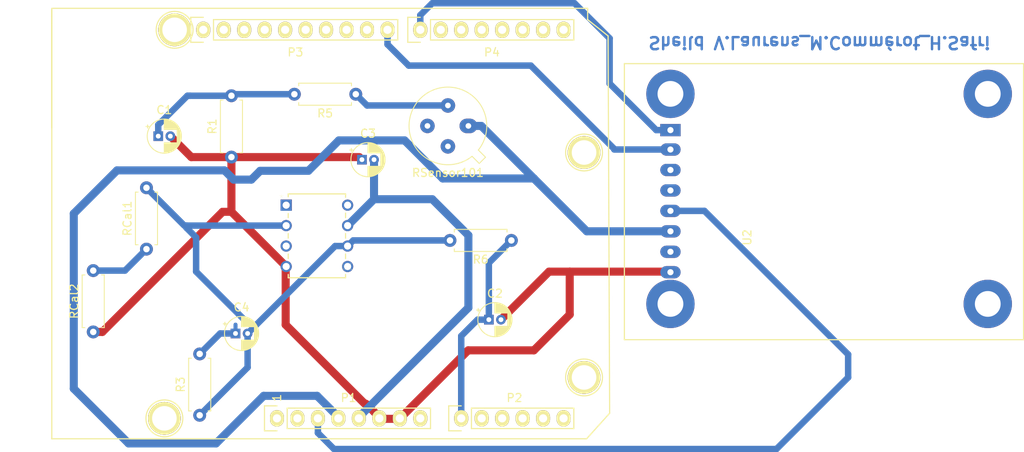
<source format=kicad_pcb>
(kicad_pcb (version 20171130) (host pcbnew 5.0.2-bee76a0~70~ubuntu18.04.1)

  (general
    (thickness 1.6)
    (drawings 30)
    (tracks 110)
    (zones 0)
    (modules 21)
    (nets 46)
  )

  (page A4)
  (title_block
    (title "PCB Gaz Sensor")
    (date "lun. 30 mars 2015")
    (company "INSA Toulouse")
    (comment 1 "Vincent Laurens")
    (comment 2 "Mickaël Commérot")
    (comment 3 "Hamza Safri")
    (comment 4 5ISS)
  )

  (layers
    (0 F.Cu signal)
    (31 B.Cu signal)
    (32 B.Adhes user)
    (33 F.Adhes user)
    (34 B.Paste user)
    (35 F.Paste user)
    (36 B.SilkS user)
    (37 F.SilkS user)
    (38 B.Mask user)
    (39 F.Mask user)
    (40 Dwgs.User user)
    (41 Cmts.User user)
    (42 Eco1.User user)
    (43 Eco2.User user)
    (44 Edge.Cuts user)
    (45 Margin user)
    (46 B.CrtYd user)
    (47 F.CrtYd user)
    (48 B.Fab user)
    (49 F.Fab user)
  )

  (setup
    (last_trace_width 0.8)
    (trace_clearance 0.4)
    (zone_clearance 0.508)
    (zone_45_only no)
    (trace_min 0.2)
    (segment_width 0.15)
    (edge_width 0.15)
    (via_size 1.6)
    (via_drill 0.8)
    (via_min_size 0.4)
    (via_min_drill 0.3)
    (uvia_size 0.3)
    (uvia_drill 0.1)
    (uvias_allowed no)
    (uvia_min_size 0.2)
    (uvia_min_drill 0.1)
    (pcb_text_width 0.3)
    (pcb_text_size 1.5 1.5)
    (mod_edge_width 0.15)
    (mod_text_size 1 1)
    (mod_text_width 0.15)
    (pad_size 1.2 1.2)
    (pad_drill 0.6)
    (pad_to_mask_clearance 0)
    (solder_mask_min_width 0.25)
    (aux_axis_origin 110.998 126.365)
    (visible_elements FFFFFF7F)
    (pcbplotparams
      (layerselection 0x00030_80000001)
      (usegerberextensions false)
      (usegerberattributes false)
      (usegerberadvancedattributes false)
      (creategerberjobfile false)
      (excludeedgelayer true)
      (linewidth 0.100000)
      (plotframeref false)
      (viasonmask false)
      (mode 1)
      (useauxorigin false)
      (hpglpennumber 1)
      (hpglpenspeed 20)
      (hpglpendiameter 15.000000)
      (psnegative false)
      (psa4output false)
      (plotreference true)
      (plotvalue true)
      (plotinvisibletext false)
      (padsonsilk false)
      (subtractmaskfromsilk false)
      (outputformat 1)
      (mirror false)
      (drillshape 1)
      (scaleselection 1)
      (outputdirectory ""))
  )

  (net 0 "")
  (net 1 /IOREF)
  (net 2 /Reset)
  (net 3 +5V)
  (net 4 GND)
  (net 5 /Vin)
  (net 6 /A0)
  (net 7 /A1)
  (net 8 /A2)
  (net 9 /A3)
  (net 10 /AREF)
  (net 11 "/A4(SDA)")
  (net 12 "/A5(SCL)")
  (net 13 "/9(**)")
  (net 14 /8)
  (net 15 /7)
  (net 16 "/6(**)")
  (net 17 "/5(**)")
  (net 18 /4)
  (net 19 "/3(**)")
  (net 20 /2)
  (net 21 "/1(Tx)")
  (net 22 "/0(Rx)")
  (net 23 "Net-(P5-Pad1)")
  (net 24 "Net-(P6-Pad1)")
  (net 25 "Net-(P7-Pad1)")
  (net 26 "Net-(P8-Pad1)")
  (net 27 "/13(SCK)")
  (net 28 "/10(**/SS)")
  (net 29 "Net-(P1-Pad1)")
  (net 30 +3V3)
  (net 31 "/12(MISO)")
  (net 32 "/11(**/MOSI)")
  (net 33 "Net-(C1-Pad1)")
  (net 34 "Net-(C4-Pad2)")
  (net 35 "Net-(C4-Pad1)")
  (net 36 "Net-(P2-Pad5)")
  (net 37 "Net-(P2-Pad6)")
  (net 38 "Net-(R5-Pad1)")
  (net 39 "Net-(U1-Pad1)")
  (net 40 "Net-(U1-Pad5)")
  (net 41 "Net-(U1-Pad8)")
  (net 42 "Net-(U2-Pad3)")
  (net 43 "Net-(U2-Pad4)")
  (net 44 "Net-(U2-Pad7)")
  (net 45 "Net-(RCal1-Pad1)")

  (net_class Default "This is the default net class."
    (clearance 0.4)
    (trace_width 0.8)
    (via_dia 1.6)
    (via_drill 0.8)
    (uvia_dia 0.3)
    (uvia_drill 0.1)
    (add_net "/0(Rx)")
    (add_net "/1(Tx)")
    (add_net "/10(**/SS)")
    (add_net "/11(**/MOSI)")
    (add_net "/12(MISO)")
    (add_net "/13(SCK)")
    (add_net /2)
    (add_net "/3(**)")
    (add_net /4)
    (add_net "/5(**)")
    (add_net "/6(**)")
    (add_net /7)
    (add_net /8)
    (add_net "/9(**)")
    (add_net /A0)
    (add_net /A1)
    (add_net /A2)
    (add_net /A3)
    (add_net "/A4(SDA)")
    (add_net "/A5(SCL)")
    (add_net /AREF)
    (add_net /IOREF)
    (add_net /Reset)
    (add_net /Vin)
    (add_net GND)
    (add_net "Net-(C1-Pad1)")
    (add_net "Net-(C4-Pad1)")
    (add_net "Net-(C4-Pad2)")
    (add_net "Net-(P1-Pad1)")
    (add_net "Net-(P2-Pad5)")
    (add_net "Net-(P2-Pad6)")
    (add_net "Net-(P5-Pad1)")
    (add_net "Net-(P6-Pad1)")
    (add_net "Net-(P7-Pad1)")
    (add_net "Net-(P8-Pad1)")
    (add_net "Net-(R5-Pad1)")
    (add_net "Net-(RCal1-Pad1)")
    (add_net "Net-(U1-Pad1)")
    (add_net "Net-(U1-Pad5)")
    (add_net "Net-(U1-Pad8)")
    (add_net "Net-(U2-Pad3)")
    (add_net "Net-(U2-Pad4)")
    (add_net "Net-(U2-Pad7)")
  )

  (net_class Power ""
    (clearance 0.4)
    (trace_width 1)
    (via_dia 1.6)
    (via_drill 0.8)
    (uvia_dia 0.3)
    (uvia_drill 0.1)
    (add_net +3V3)
    (add_net +5V)
  )

  (module Socket_Arduino_Uno:Socket_Strip_Arduino_1x08 locked (layer F.Cu) (tedit 552168D2) (tstamp 551AF9EA)
    (at 138.938 123.825)
    (descr "Through hole socket strip")
    (tags "socket strip")
    (path /56D70129)
    (fp_text reference P1 (at 8.89 -2.54) (layer F.SilkS)
      (effects (font (size 1 1) (thickness 0.15)))
    )
    (fp_text value Power (at 8.89 -4.064) (layer F.Fab)
      (effects (font (size 1 1) (thickness 0.15)))
    )
    (fp_line (start -1.75 -1.75) (end -1.75 1.75) (layer F.CrtYd) (width 0.05))
    (fp_line (start 19.55 -1.75) (end 19.55 1.75) (layer F.CrtYd) (width 0.05))
    (fp_line (start -1.75 -1.75) (end 19.55 -1.75) (layer F.CrtYd) (width 0.05))
    (fp_line (start -1.75 1.75) (end 19.55 1.75) (layer F.CrtYd) (width 0.05))
    (fp_line (start 1.27 1.27) (end 19.05 1.27) (layer F.SilkS) (width 0.15))
    (fp_line (start 19.05 1.27) (end 19.05 -1.27) (layer F.SilkS) (width 0.15))
    (fp_line (start 19.05 -1.27) (end 1.27 -1.27) (layer F.SilkS) (width 0.15))
    (fp_line (start -1.55 1.55) (end 0 1.55) (layer F.SilkS) (width 0.15))
    (fp_line (start 1.27 1.27) (end 1.27 -1.27) (layer F.SilkS) (width 0.15))
    (fp_line (start 0 -1.55) (end -1.55 -1.55) (layer F.SilkS) (width 0.15))
    (fp_line (start -1.55 -1.55) (end -1.55 1.55) (layer F.SilkS) (width 0.15))
    (pad 1 thru_hole oval (at 0 0) (size 1.7272 2.032) (drill 1.016) (layers *.Cu *.Mask F.SilkS)
      (net 29 "Net-(P1-Pad1)"))
    (pad 2 thru_hole oval (at 2.54 0) (size 1.7272 2.032) (drill 1.016) (layers *.Cu *.Mask F.SilkS)
      (net 1 /IOREF))
    (pad 3 thru_hole oval (at 5.08 0) (size 1.7272 2.032) (drill 1.016) (layers *.Cu *.Mask F.SilkS)
      (net 2 /Reset))
    (pad 4 thru_hole oval (at 7.62 0) (size 1.7272 2.032) (drill 1.016) (layers *.Cu *.Mask F.SilkS)
      (net 30 +3V3))
    (pad 5 thru_hole oval (at 10.16 0) (size 1.7272 2.032) (drill 1.016) (layers *.Cu *.Mask F.SilkS)
      (net 3 +5V))
    (pad 6 thru_hole oval (at 12.7 0) (size 1.7272 2.032) (drill 1.016) (layers *.Cu *.Mask F.SilkS)
      (net 4 GND))
    (pad 7 thru_hole oval (at 15.24 0) (size 1.7272 2.032) (drill 1.016) (layers *.Cu *.Mask F.SilkS)
      (net 4 GND))
    (pad 8 thru_hole oval (at 17.78 0) (size 1.7272 2.032) (drill 1.016) (layers *.Cu *.Mask F.SilkS)
      (net 5 /Vin))
    (model ${KIPRJMOD}/Socket_Arduino_Uno.3dshapes/Socket_header_Arduino_1x08.wrl
      (offset (xyz 8.889999866485596 0 0))
      (scale (xyz 1 1 1))
      (rotate (xyz 0 0 180))
    )
  )

  (module Socket_Arduino_Uno:Socket_Strip_Arduino_1x06 locked (layer F.Cu) (tedit 552168D6) (tstamp 551AF9FF)
    (at 161.798 123.825)
    (descr "Through hole socket strip")
    (tags "socket strip")
    (path /56D70DD8)
    (fp_text reference P2 (at 6.604 -2.54) (layer F.SilkS)
      (effects (font (size 1 1) (thickness 0.15)))
    )
    (fp_text value Analog (at 6.604 -4.064) (layer F.Fab)
      (effects (font (size 1 1) (thickness 0.15)))
    )
    (fp_line (start -1.75 -1.75) (end -1.75 1.75) (layer F.CrtYd) (width 0.05))
    (fp_line (start 14.45 -1.75) (end 14.45 1.75) (layer F.CrtYd) (width 0.05))
    (fp_line (start -1.75 -1.75) (end 14.45 -1.75) (layer F.CrtYd) (width 0.05))
    (fp_line (start -1.75 1.75) (end 14.45 1.75) (layer F.CrtYd) (width 0.05))
    (fp_line (start 1.27 1.27) (end 13.97 1.27) (layer F.SilkS) (width 0.15))
    (fp_line (start 13.97 1.27) (end 13.97 -1.27) (layer F.SilkS) (width 0.15))
    (fp_line (start 13.97 -1.27) (end 1.27 -1.27) (layer F.SilkS) (width 0.15))
    (fp_line (start -1.55 1.55) (end 0 1.55) (layer F.SilkS) (width 0.15))
    (fp_line (start 1.27 1.27) (end 1.27 -1.27) (layer F.SilkS) (width 0.15))
    (fp_line (start 0 -1.55) (end -1.55 -1.55) (layer F.SilkS) (width 0.15))
    (fp_line (start -1.55 -1.55) (end -1.55 1.55) (layer F.SilkS) (width 0.15))
    (pad 1 thru_hole oval (at 0 0) (size 1.7272 2.032) (drill 1.016) (layers *.Cu *.Mask F.SilkS)
      (net 6 /A0))
    (pad 2 thru_hole oval (at 2.54 0) (size 1.7272 2.032) (drill 1.016) (layers *.Cu *.Mask F.SilkS)
      (net 7 /A1))
    (pad 3 thru_hole oval (at 5.08 0) (size 1.7272 2.032) (drill 1.016) (layers *.Cu *.Mask F.SilkS)
      (net 8 /A2))
    (pad 4 thru_hole oval (at 7.62 0) (size 1.7272 2.032) (drill 1.016) (layers *.Cu *.Mask F.SilkS)
      (net 9 /A3))
    (pad 5 thru_hole oval (at 10.16 0) (size 1.7272 2.032) (drill 1.016) (layers *.Cu *.Mask F.SilkS)
      (net 36 "Net-(P2-Pad5)"))
    (pad 6 thru_hole oval (at 12.7 0) (size 1.7272 2.032) (drill 1.016) (layers *.Cu *.Mask F.SilkS)
      (net 37 "Net-(P2-Pad6)"))
    (model ${KIPRJMOD}/Socket_Arduino_Uno.3dshapes/Socket_header_Arduino_1x06.wrl
      (offset (xyz 6.349999904632568 0 0))
      (scale (xyz 1 1 1))
      (rotate (xyz 0 0 180))
    )
  )

  (module Socket_Arduino_Uno:Socket_Strip_Arduino_1x10 locked (layer F.Cu) (tedit 552168BF) (tstamp 551AFA18)
    (at 129.794 75.565)
    (descr "Through hole socket strip")
    (tags "socket strip")
    (path /56D721E0)
    (fp_text reference P3 (at 11.43 2.794) (layer F.SilkS)
      (effects (font (size 1 1) (thickness 0.15)))
    )
    (fp_text value Digital (at 11.43 4.318) (layer F.Fab)
      (effects (font (size 1 1) (thickness 0.15)))
    )
    (fp_line (start -1.75 -1.75) (end -1.75 1.75) (layer F.CrtYd) (width 0.05))
    (fp_line (start 24.65 -1.75) (end 24.65 1.75) (layer F.CrtYd) (width 0.05))
    (fp_line (start -1.75 -1.75) (end 24.65 -1.75) (layer F.CrtYd) (width 0.05))
    (fp_line (start -1.75 1.75) (end 24.65 1.75) (layer F.CrtYd) (width 0.05))
    (fp_line (start 1.27 1.27) (end 24.13 1.27) (layer F.SilkS) (width 0.15))
    (fp_line (start 24.13 1.27) (end 24.13 -1.27) (layer F.SilkS) (width 0.15))
    (fp_line (start 24.13 -1.27) (end 1.27 -1.27) (layer F.SilkS) (width 0.15))
    (fp_line (start -1.55 1.55) (end 0 1.55) (layer F.SilkS) (width 0.15))
    (fp_line (start 1.27 1.27) (end 1.27 -1.27) (layer F.SilkS) (width 0.15))
    (fp_line (start 0 -1.55) (end -1.55 -1.55) (layer F.SilkS) (width 0.15))
    (fp_line (start -1.55 -1.55) (end -1.55 1.55) (layer F.SilkS) (width 0.15))
    (pad 1 thru_hole oval (at 0 0) (size 1.7272 2.032) (drill 1.016) (layers *.Cu *.Mask F.SilkS)
      (net 12 "/A5(SCL)"))
    (pad 2 thru_hole oval (at 2.54 0) (size 1.7272 2.032) (drill 1.016) (layers *.Cu *.Mask F.SilkS)
      (net 11 "/A4(SDA)"))
    (pad 3 thru_hole oval (at 5.08 0) (size 1.7272 2.032) (drill 1.016) (layers *.Cu *.Mask F.SilkS)
      (net 10 /AREF))
    (pad 4 thru_hole oval (at 7.62 0) (size 1.7272 2.032) (drill 1.016) (layers *.Cu *.Mask F.SilkS)
      (net 4 GND))
    (pad 5 thru_hole oval (at 10.16 0) (size 1.7272 2.032) (drill 1.016) (layers *.Cu *.Mask F.SilkS)
      (net 27 "/13(SCK)"))
    (pad 6 thru_hole oval (at 12.7 0) (size 1.7272 2.032) (drill 1.016) (layers *.Cu *.Mask F.SilkS)
      (net 31 "/12(MISO)"))
    (pad 7 thru_hole oval (at 15.24 0) (size 1.7272 2.032) (drill 1.016) (layers *.Cu *.Mask F.SilkS)
      (net 32 "/11(**/MOSI)"))
    (pad 8 thru_hole oval (at 17.78 0) (size 1.7272 2.032) (drill 1.016) (layers *.Cu *.Mask F.SilkS)
      (net 28 "/10(**/SS)"))
    (pad 9 thru_hole oval (at 20.32 0) (size 1.7272 2.032) (drill 1.016) (layers *.Cu *.Mask F.SilkS)
      (net 13 "/9(**)"))
    (pad 10 thru_hole oval (at 22.86 0) (size 1.7272 2.032) (drill 1.016) (layers *.Cu *.Mask F.SilkS)
      (net 14 /8))
    (model ${KIPRJMOD}/Socket_Arduino_Uno.3dshapes/Socket_header_Arduino_1x10.wrl
      (offset (xyz 11.42999982833862 0 0))
      (scale (xyz 1 1 1))
      (rotate (xyz 0 0 180))
    )
  )

  (module Socket_Arduino_Uno:Socket_Strip_Arduino_1x08 locked (layer F.Cu) (tedit 552168C7) (tstamp 551AFA2F)
    (at 156.718 75.565)
    (descr "Through hole socket strip")
    (tags "socket strip")
    (path /56D7164F)
    (fp_text reference P4 (at 8.89 2.794) (layer F.SilkS)
      (effects (font (size 1 1) (thickness 0.15)))
    )
    (fp_text value Digital (at 8.89 4.318) (layer F.Fab)
      (effects (font (size 1 1) (thickness 0.15)))
    )
    (fp_line (start -1.75 -1.75) (end -1.75 1.75) (layer F.CrtYd) (width 0.05))
    (fp_line (start 19.55 -1.75) (end 19.55 1.75) (layer F.CrtYd) (width 0.05))
    (fp_line (start -1.75 -1.75) (end 19.55 -1.75) (layer F.CrtYd) (width 0.05))
    (fp_line (start -1.75 1.75) (end 19.55 1.75) (layer F.CrtYd) (width 0.05))
    (fp_line (start 1.27 1.27) (end 19.05 1.27) (layer F.SilkS) (width 0.15))
    (fp_line (start 19.05 1.27) (end 19.05 -1.27) (layer F.SilkS) (width 0.15))
    (fp_line (start 19.05 -1.27) (end 1.27 -1.27) (layer F.SilkS) (width 0.15))
    (fp_line (start -1.55 1.55) (end 0 1.55) (layer F.SilkS) (width 0.15))
    (fp_line (start 1.27 1.27) (end 1.27 -1.27) (layer F.SilkS) (width 0.15))
    (fp_line (start 0 -1.55) (end -1.55 -1.55) (layer F.SilkS) (width 0.15))
    (fp_line (start -1.55 -1.55) (end -1.55 1.55) (layer F.SilkS) (width 0.15))
    (pad 1 thru_hole oval (at 0 0) (size 1.7272 2.032) (drill 1.016) (layers *.Cu *.Mask F.SilkS)
      (net 15 /7))
    (pad 2 thru_hole oval (at 2.54 0) (size 1.7272 2.032) (drill 1.016) (layers *.Cu *.Mask F.SilkS)
      (net 16 "/6(**)"))
    (pad 3 thru_hole oval (at 5.08 0) (size 1.7272 2.032) (drill 1.016) (layers *.Cu *.Mask F.SilkS)
      (net 17 "/5(**)"))
    (pad 4 thru_hole oval (at 7.62 0) (size 1.7272 2.032) (drill 1.016) (layers *.Cu *.Mask F.SilkS)
      (net 18 /4))
    (pad 5 thru_hole oval (at 10.16 0) (size 1.7272 2.032) (drill 1.016) (layers *.Cu *.Mask F.SilkS)
      (net 19 "/3(**)"))
    (pad 6 thru_hole oval (at 12.7 0) (size 1.7272 2.032) (drill 1.016) (layers *.Cu *.Mask F.SilkS)
      (net 20 /2))
    (pad 7 thru_hole oval (at 15.24 0) (size 1.7272 2.032) (drill 1.016) (layers *.Cu *.Mask F.SilkS)
      (net 21 "/1(Tx)"))
    (pad 8 thru_hole oval (at 17.78 0) (size 1.7272 2.032) (drill 1.016) (layers *.Cu *.Mask F.SilkS)
      (net 22 "/0(Rx)"))
    (model ${KIPRJMOD}/Socket_Arduino_Uno.3dshapes/Socket_header_Arduino_1x08.wrl
      (offset (xyz 8.889999866485596 0 0))
      (scale (xyz 1 1 1))
      (rotate (xyz 0 0 180))
    )
  )

  (module Socket_Arduino_Uno:Arduino_1pin locked (layer F.Cu) (tedit 5524FC39) (tstamp 5524FC3F)
    (at 124.968 123.825)
    (descr "module 1 pin (ou trou mecanique de percage)")
    (tags DEV)
    (path /56D71177)
    (fp_text reference P5 (at 0 -3.048) (layer F.SilkS) hide
      (effects (font (size 1 1) (thickness 0.15)))
    )
    (fp_text value CONN_01X01 (at 0 2.794) (layer F.Fab) hide
      (effects (font (size 1 1) (thickness 0.15)))
    )
    (fp_circle (center 0 0) (end 0 -2.286) (layer F.SilkS) (width 0.15))
    (pad 1 thru_hole circle (at 0 0) (size 4.064 4.064) (drill 3.048) (layers *.Cu *.Mask F.SilkS)
      (net 23 "Net-(P5-Pad1)"))
  )

  (module Socket_Arduino_Uno:Arduino_1pin locked (layer F.Cu) (tedit 5524FC4A) (tstamp 5524FC44)
    (at 177.038 118.745)
    (descr "module 1 pin (ou trou mecanique de percage)")
    (tags DEV)
    (path /56D71274)
    (fp_text reference P6 (at 0 -3.048) (layer F.SilkS) hide
      (effects (font (size 1 1) (thickness 0.15)))
    )
    (fp_text value CONN_01X01 (at 0 2.794) (layer F.Fab) hide
      (effects (font (size 1 1) (thickness 0.15)))
    )
    (fp_circle (center 0 0) (end 0 -2.286) (layer F.SilkS) (width 0.15))
    (pad 1 thru_hole circle (at 0 0) (size 4.064 4.064) (drill 3.048) (layers *.Cu *.Mask F.SilkS)
      (net 24 "Net-(P6-Pad1)"))
  )

  (module Socket_Arduino_Uno:Arduino_1pin locked (layer F.Cu) (tedit 5524FC2F) (tstamp 5524FC49)
    (at 126.238 75.565)
    (descr "module 1 pin (ou trou mecanique de percage)")
    (tags DEV)
    (path /56D712A8)
    (fp_text reference P7 (at 0 -3.048) (layer F.SilkS) hide
      (effects (font (size 1 1) (thickness 0.15)))
    )
    (fp_text value CONN_01X01 (at 0 2.794) (layer F.Fab) hide
      (effects (font (size 1 1) (thickness 0.15)))
    )
    (fp_circle (center 0 0) (end 0 -2.286) (layer F.SilkS) (width 0.15))
    (pad 1 thru_hole circle (at 0 0) (size 4.064 4.064) (drill 3.048) (layers *.Cu *.Mask F.SilkS)
      (net 25 "Net-(P7-Pad1)"))
  )

  (module Socket_Arduino_Uno:Arduino_1pin locked (layer F.Cu) (tedit 5524FC41) (tstamp 5524FC4E)
    (at 177.038 90.805)
    (descr "module 1 pin (ou trou mecanique de percage)")
    (tags DEV)
    (path /56D712DB)
    (fp_text reference P8 (at 0 -3.048) (layer F.SilkS) hide
      (effects (font (size 1 1) (thickness 0.15)))
    )
    (fp_text value CONN_01X01 (at 0 2.794) (layer F.Fab) hide
      (effects (font (size 1 1) (thickness 0.15)))
    )
    (fp_circle (center 0 0) (end 0 -2.286) (layer F.SilkS) (width 0.15))
    (pad 1 thru_hole circle (at 0 0) (size 4.064 4.064) (drill 3.048) (layers *.Cu *.Mask F.SilkS)
      (net 26 "Net-(P8-Pad1)"))
  )

  (module Capacitor_THT:CP_Radial_D4.0mm_P1.50mm (layer F.Cu) (tedit 5AE50EF0) (tstamp 5E783E09)
    (at 124.206 88.773)
    (descr "CP, Radial series, Radial, pin pitch=1.50mm, , diameter=4mm, Electrolytic Capacitor")
    (tags "CP Radial series Radial pin pitch 1.50mm  diameter 4mm Electrolytic Capacitor")
    (path /5DFEEDB2)
    (fp_text reference C1 (at 0.75 -3.25) (layer F.SilkS)
      (effects (font (size 1 1) (thickness 0.15)))
    )
    (fp_text value 100n (at 0.75 3.25) (layer F.Fab)
      (effects (font (size 1 1) (thickness 0.15)))
    )
    (fp_circle (center 0.75 0) (end 2.75 0) (layer F.Fab) (width 0.1))
    (fp_circle (center 0.75 0) (end 2.87 0) (layer F.SilkS) (width 0.12))
    (fp_circle (center 0.75 0) (end 3 0) (layer F.CrtYd) (width 0.05))
    (fp_line (start -0.952554 -0.8675) (end -0.552554 -0.8675) (layer F.Fab) (width 0.1))
    (fp_line (start -0.752554 -1.0675) (end -0.752554 -0.6675) (layer F.Fab) (width 0.1))
    (fp_line (start 0.75 0.84) (end 0.75 2.08) (layer F.SilkS) (width 0.12))
    (fp_line (start 0.75 -2.08) (end 0.75 -0.84) (layer F.SilkS) (width 0.12))
    (fp_line (start 0.79 0.84) (end 0.79 2.08) (layer F.SilkS) (width 0.12))
    (fp_line (start 0.79 -2.08) (end 0.79 -0.84) (layer F.SilkS) (width 0.12))
    (fp_line (start 0.83 0.84) (end 0.83 2.079) (layer F.SilkS) (width 0.12))
    (fp_line (start 0.83 -2.079) (end 0.83 -0.84) (layer F.SilkS) (width 0.12))
    (fp_line (start 0.87 -2.077) (end 0.87 -0.84) (layer F.SilkS) (width 0.12))
    (fp_line (start 0.87 0.84) (end 0.87 2.077) (layer F.SilkS) (width 0.12))
    (fp_line (start 0.91 -2.074) (end 0.91 -0.84) (layer F.SilkS) (width 0.12))
    (fp_line (start 0.91 0.84) (end 0.91 2.074) (layer F.SilkS) (width 0.12))
    (fp_line (start 0.95 -2.071) (end 0.95 -0.84) (layer F.SilkS) (width 0.12))
    (fp_line (start 0.95 0.84) (end 0.95 2.071) (layer F.SilkS) (width 0.12))
    (fp_line (start 0.99 -2.067) (end 0.99 -0.84) (layer F.SilkS) (width 0.12))
    (fp_line (start 0.99 0.84) (end 0.99 2.067) (layer F.SilkS) (width 0.12))
    (fp_line (start 1.03 -2.062) (end 1.03 -0.84) (layer F.SilkS) (width 0.12))
    (fp_line (start 1.03 0.84) (end 1.03 2.062) (layer F.SilkS) (width 0.12))
    (fp_line (start 1.07 -2.056) (end 1.07 -0.84) (layer F.SilkS) (width 0.12))
    (fp_line (start 1.07 0.84) (end 1.07 2.056) (layer F.SilkS) (width 0.12))
    (fp_line (start 1.11 -2.05) (end 1.11 -0.84) (layer F.SilkS) (width 0.12))
    (fp_line (start 1.11 0.84) (end 1.11 2.05) (layer F.SilkS) (width 0.12))
    (fp_line (start 1.15 -2.042) (end 1.15 -0.84) (layer F.SilkS) (width 0.12))
    (fp_line (start 1.15 0.84) (end 1.15 2.042) (layer F.SilkS) (width 0.12))
    (fp_line (start 1.19 -2.034) (end 1.19 -0.84) (layer F.SilkS) (width 0.12))
    (fp_line (start 1.19 0.84) (end 1.19 2.034) (layer F.SilkS) (width 0.12))
    (fp_line (start 1.23 -2.025) (end 1.23 -0.84) (layer F.SilkS) (width 0.12))
    (fp_line (start 1.23 0.84) (end 1.23 2.025) (layer F.SilkS) (width 0.12))
    (fp_line (start 1.27 -2.016) (end 1.27 -0.84) (layer F.SilkS) (width 0.12))
    (fp_line (start 1.27 0.84) (end 1.27 2.016) (layer F.SilkS) (width 0.12))
    (fp_line (start 1.31 -2.005) (end 1.31 -0.84) (layer F.SilkS) (width 0.12))
    (fp_line (start 1.31 0.84) (end 1.31 2.005) (layer F.SilkS) (width 0.12))
    (fp_line (start 1.35 -1.994) (end 1.35 -0.84) (layer F.SilkS) (width 0.12))
    (fp_line (start 1.35 0.84) (end 1.35 1.994) (layer F.SilkS) (width 0.12))
    (fp_line (start 1.39 -1.982) (end 1.39 -0.84) (layer F.SilkS) (width 0.12))
    (fp_line (start 1.39 0.84) (end 1.39 1.982) (layer F.SilkS) (width 0.12))
    (fp_line (start 1.43 -1.968) (end 1.43 -0.84) (layer F.SilkS) (width 0.12))
    (fp_line (start 1.43 0.84) (end 1.43 1.968) (layer F.SilkS) (width 0.12))
    (fp_line (start 1.471 -1.954) (end 1.471 -0.84) (layer F.SilkS) (width 0.12))
    (fp_line (start 1.471 0.84) (end 1.471 1.954) (layer F.SilkS) (width 0.12))
    (fp_line (start 1.511 -1.94) (end 1.511 -0.84) (layer F.SilkS) (width 0.12))
    (fp_line (start 1.511 0.84) (end 1.511 1.94) (layer F.SilkS) (width 0.12))
    (fp_line (start 1.551 -1.924) (end 1.551 -0.84) (layer F.SilkS) (width 0.12))
    (fp_line (start 1.551 0.84) (end 1.551 1.924) (layer F.SilkS) (width 0.12))
    (fp_line (start 1.591 -1.907) (end 1.591 -0.84) (layer F.SilkS) (width 0.12))
    (fp_line (start 1.591 0.84) (end 1.591 1.907) (layer F.SilkS) (width 0.12))
    (fp_line (start 1.631 -1.889) (end 1.631 -0.84) (layer F.SilkS) (width 0.12))
    (fp_line (start 1.631 0.84) (end 1.631 1.889) (layer F.SilkS) (width 0.12))
    (fp_line (start 1.671 -1.87) (end 1.671 -0.84) (layer F.SilkS) (width 0.12))
    (fp_line (start 1.671 0.84) (end 1.671 1.87) (layer F.SilkS) (width 0.12))
    (fp_line (start 1.711 -1.851) (end 1.711 -0.84) (layer F.SilkS) (width 0.12))
    (fp_line (start 1.711 0.84) (end 1.711 1.851) (layer F.SilkS) (width 0.12))
    (fp_line (start 1.751 -1.83) (end 1.751 -0.84) (layer F.SilkS) (width 0.12))
    (fp_line (start 1.751 0.84) (end 1.751 1.83) (layer F.SilkS) (width 0.12))
    (fp_line (start 1.791 -1.808) (end 1.791 -0.84) (layer F.SilkS) (width 0.12))
    (fp_line (start 1.791 0.84) (end 1.791 1.808) (layer F.SilkS) (width 0.12))
    (fp_line (start 1.831 -1.785) (end 1.831 -0.84) (layer F.SilkS) (width 0.12))
    (fp_line (start 1.831 0.84) (end 1.831 1.785) (layer F.SilkS) (width 0.12))
    (fp_line (start 1.871 -1.76) (end 1.871 -0.84) (layer F.SilkS) (width 0.12))
    (fp_line (start 1.871 0.84) (end 1.871 1.76) (layer F.SilkS) (width 0.12))
    (fp_line (start 1.911 -1.735) (end 1.911 -0.84) (layer F.SilkS) (width 0.12))
    (fp_line (start 1.911 0.84) (end 1.911 1.735) (layer F.SilkS) (width 0.12))
    (fp_line (start 1.951 -1.708) (end 1.951 -0.84) (layer F.SilkS) (width 0.12))
    (fp_line (start 1.951 0.84) (end 1.951 1.708) (layer F.SilkS) (width 0.12))
    (fp_line (start 1.991 -1.68) (end 1.991 -0.84) (layer F.SilkS) (width 0.12))
    (fp_line (start 1.991 0.84) (end 1.991 1.68) (layer F.SilkS) (width 0.12))
    (fp_line (start 2.031 -1.65) (end 2.031 -0.84) (layer F.SilkS) (width 0.12))
    (fp_line (start 2.031 0.84) (end 2.031 1.65) (layer F.SilkS) (width 0.12))
    (fp_line (start 2.071 -1.619) (end 2.071 -0.84) (layer F.SilkS) (width 0.12))
    (fp_line (start 2.071 0.84) (end 2.071 1.619) (layer F.SilkS) (width 0.12))
    (fp_line (start 2.111 -1.587) (end 2.111 -0.84) (layer F.SilkS) (width 0.12))
    (fp_line (start 2.111 0.84) (end 2.111 1.587) (layer F.SilkS) (width 0.12))
    (fp_line (start 2.151 -1.552) (end 2.151 -0.84) (layer F.SilkS) (width 0.12))
    (fp_line (start 2.151 0.84) (end 2.151 1.552) (layer F.SilkS) (width 0.12))
    (fp_line (start 2.191 -1.516) (end 2.191 -0.84) (layer F.SilkS) (width 0.12))
    (fp_line (start 2.191 0.84) (end 2.191 1.516) (layer F.SilkS) (width 0.12))
    (fp_line (start 2.231 -1.478) (end 2.231 -0.84) (layer F.SilkS) (width 0.12))
    (fp_line (start 2.231 0.84) (end 2.231 1.478) (layer F.SilkS) (width 0.12))
    (fp_line (start 2.271 -1.438) (end 2.271 -0.84) (layer F.SilkS) (width 0.12))
    (fp_line (start 2.271 0.84) (end 2.271 1.438) (layer F.SilkS) (width 0.12))
    (fp_line (start 2.311 -1.396) (end 2.311 -0.84) (layer F.SilkS) (width 0.12))
    (fp_line (start 2.311 0.84) (end 2.311 1.396) (layer F.SilkS) (width 0.12))
    (fp_line (start 2.351 -1.351) (end 2.351 1.351) (layer F.SilkS) (width 0.12))
    (fp_line (start 2.391 -1.304) (end 2.391 1.304) (layer F.SilkS) (width 0.12))
    (fp_line (start 2.431 -1.254) (end 2.431 1.254) (layer F.SilkS) (width 0.12))
    (fp_line (start 2.471 -1.2) (end 2.471 1.2) (layer F.SilkS) (width 0.12))
    (fp_line (start 2.511 -1.142) (end 2.511 1.142) (layer F.SilkS) (width 0.12))
    (fp_line (start 2.551 -1.08) (end 2.551 1.08) (layer F.SilkS) (width 0.12))
    (fp_line (start 2.591 -1.013) (end 2.591 1.013) (layer F.SilkS) (width 0.12))
    (fp_line (start 2.631 -0.94) (end 2.631 0.94) (layer F.SilkS) (width 0.12))
    (fp_line (start 2.671 -0.859) (end 2.671 0.859) (layer F.SilkS) (width 0.12))
    (fp_line (start 2.711 -0.768) (end 2.711 0.768) (layer F.SilkS) (width 0.12))
    (fp_line (start 2.751 -0.664) (end 2.751 0.664) (layer F.SilkS) (width 0.12))
    (fp_line (start 2.791 -0.537) (end 2.791 0.537) (layer F.SilkS) (width 0.12))
    (fp_line (start 2.831 -0.37) (end 2.831 0.37) (layer F.SilkS) (width 0.12))
    (fp_line (start -1.519801 -1.195) (end -1.119801 -1.195) (layer F.SilkS) (width 0.12))
    (fp_line (start -1.319801 -1.395) (end -1.319801 -0.995) (layer F.SilkS) (width 0.12))
    (fp_text user %R (at 0.75 0) (layer F.Fab)
      (effects (font (size 0.8 0.8) (thickness 0.12)))
    )
    (pad 1 thru_hole rect (at 0 0) (size 1.2 1.2) (drill 0.6) (layers *.Cu *.Mask)
      (net 33 "Net-(C1-Pad1)"))
    (pad 2 thru_hole circle (at 1.5 0) (size 1.2 1.2) (drill 0.6) (layers *.Cu *.Mask)
      (net 4 GND))
    (model ${KISYS3DMOD}/Capacitor_THT.3dshapes/CP_Radial_D4.0mm_P1.50mm.wrl
      (at (xyz 0 0 0))
      (scale (xyz 1 1 1))
      (rotate (xyz 0 0 0))
    )
  )

  (module Capacitor_THT:CP_Radial_D4.0mm_P1.50mm (layer F.Cu) (tedit 5AE50EF0) (tstamp 5E783E74)
    (at 165.227 111.5695)
    (descr "CP, Radial series, Radial, pin pitch=1.50mm, , diameter=4mm, Electrolytic Capacitor")
    (tags "CP Radial series Radial pin pitch 1.50mm  diameter 4mm Electrolytic Capacitor")
    (path /5DFEA6F0)
    (fp_text reference C2 (at 0.75 -3.25) (layer F.SilkS)
      (effects (font (size 1 1) (thickness 0.15)))
    )
    (fp_text value 100n (at 0.75 3.25) (layer F.Fab)
      (effects (font (size 1 1) (thickness 0.15)))
    )
    (fp_text user %R (at 0.75 0) (layer F.Fab)
      (effects (font (size 0.8 0.8) (thickness 0.12)))
    )
    (fp_line (start -1.319801 -1.395) (end -1.319801 -0.995) (layer F.SilkS) (width 0.12))
    (fp_line (start -1.519801 -1.195) (end -1.119801 -1.195) (layer F.SilkS) (width 0.12))
    (fp_line (start 2.831 -0.37) (end 2.831 0.37) (layer F.SilkS) (width 0.12))
    (fp_line (start 2.791 -0.537) (end 2.791 0.537) (layer F.SilkS) (width 0.12))
    (fp_line (start 2.751 -0.664) (end 2.751 0.664) (layer F.SilkS) (width 0.12))
    (fp_line (start 2.711 -0.768) (end 2.711 0.768) (layer F.SilkS) (width 0.12))
    (fp_line (start 2.671 -0.859) (end 2.671 0.859) (layer F.SilkS) (width 0.12))
    (fp_line (start 2.631 -0.94) (end 2.631 0.94) (layer F.SilkS) (width 0.12))
    (fp_line (start 2.591 -1.013) (end 2.591 1.013) (layer F.SilkS) (width 0.12))
    (fp_line (start 2.551 -1.08) (end 2.551 1.08) (layer F.SilkS) (width 0.12))
    (fp_line (start 2.511 -1.142) (end 2.511 1.142) (layer F.SilkS) (width 0.12))
    (fp_line (start 2.471 -1.2) (end 2.471 1.2) (layer F.SilkS) (width 0.12))
    (fp_line (start 2.431 -1.254) (end 2.431 1.254) (layer F.SilkS) (width 0.12))
    (fp_line (start 2.391 -1.304) (end 2.391 1.304) (layer F.SilkS) (width 0.12))
    (fp_line (start 2.351 -1.351) (end 2.351 1.351) (layer F.SilkS) (width 0.12))
    (fp_line (start 2.311 0.84) (end 2.311 1.396) (layer F.SilkS) (width 0.12))
    (fp_line (start 2.311 -1.396) (end 2.311 -0.84) (layer F.SilkS) (width 0.12))
    (fp_line (start 2.271 0.84) (end 2.271 1.438) (layer F.SilkS) (width 0.12))
    (fp_line (start 2.271 -1.438) (end 2.271 -0.84) (layer F.SilkS) (width 0.12))
    (fp_line (start 2.231 0.84) (end 2.231 1.478) (layer F.SilkS) (width 0.12))
    (fp_line (start 2.231 -1.478) (end 2.231 -0.84) (layer F.SilkS) (width 0.12))
    (fp_line (start 2.191 0.84) (end 2.191 1.516) (layer F.SilkS) (width 0.12))
    (fp_line (start 2.191 -1.516) (end 2.191 -0.84) (layer F.SilkS) (width 0.12))
    (fp_line (start 2.151 0.84) (end 2.151 1.552) (layer F.SilkS) (width 0.12))
    (fp_line (start 2.151 -1.552) (end 2.151 -0.84) (layer F.SilkS) (width 0.12))
    (fp_line (start 2.111 0.84) (end 2.111 1.587) (layer F.SilkS) (width 0.12))
    (fp_line (start 2.111 -1.587) (end 2.111 -0.84) (layer F.SilkS) (width 0.12))
    (fp_line (start 2.071 0.84) (end 2.071 1.619) (layer F.SilkS) (width 0.12))
    (fp_line (start 2.071 -1.619) (end 2.071 -0.84) (layer F.SilkS) (width 0.12))
    (fp_line (start 2.031 0.84) (end 2.031 1.65) (layer F.SilkS) (width 0.12))
    (fp_line (start 2.031 -1.65) (end 2.031 -0.84) (layer F.SilkS) (width 0.12))
    (fp_line (start 1.991 0.84) (end 1.991 1.68) (layer F.SilkS) (width 0.12))
    (fp_line (start 1.991 -1.68) (end 1.991 -0.84) (layer F.SilkS) (width 0.12))
    (fp_line (start 1.951 0.84) (end 1.951 1.708) (layer F.SilkS) (width 0.12))
    (fp_line (start 1.951 -1.708) (end 1.951 -0.84) (layer F.SilkS) (width 0.12))
    (fp_line (start 1.911 0.84) (end 1.911 1.735) (layer F.SilkS) (width 0.12))
    (fp_line (start 1.911 -1.735) (end 1.911 -0.84) (layer F.SilkS) (width 0.12))
    (fp_line (start 1.871 0.84) (end 1.871 1.76) (layer F.SilkS) (width 0.12))
    (fp_line (start 1.871 -1.76) (end 1.871 -0.84) (layer F.SilkS) (width 0.12))
    (fp_line (start 1.831 0.84) (end 1.831 1.785) (layer F.SilkS) (width 0.12))
    (fp_line (start 1.831 -1.785) (end 1.831 -0.84) (layer F.SilkS) (width 0.12))
    (fp_line (start 1.791 0.84) (end 1.791 1.808) (layer F.SilkS) (width 0.12))
    (fp_line (start 1.791 -1.808) (end 1.791 -0.84) (layer F.SilkS) (width 0.12))
    (fp_line (start 1.751 0.84) (end 1.751 1.83) (layer F.SilkS) (width 0.12))
    (fp_line (start 1.751 -1.83) (end 1.751 -0.84) (layer F.SilkS) (width 0.12))
    (fp_line (start 1.711 0.84) (end 1.711 1.851) (layer F.SilkS) (width 0.12))
    (fp_line (start 1.711 -1.851) (end 1.711 -0.84) (layer F.SilkS) (width 0.12))
    (fp_line (start 1.671 0.84) (end 1.671 1.87) (layer F.SilkS) (width 0.12))
    (fp_line (start 1.671 -1.87) (end 1.671 -0.84) (layer F.SilkS) (width 0.12))
    (fp_line (start 1.631 0.84) (end 1.631 1.889) (layer F.SilkS) (width 0.12))
    (fp_line (start 1.631 -1.889) (end 1.631 -0.84) (layer F.SilkS) (width 0.12))
    (fp_line (start 1.591 0.84) (end 1.591 1.907) (layer F.SilkS) (width 0.12))
    (fp_line (start 1.591 -1.907) (end 1.591 -0.84) (layer F.SilkS) (width 0.12))
    (fp_line (start 1.551 0.84) (end 1.551 1.924) (layer F.SilkS) (width 0.12))
    (fp_line (start 1.551 -1.924) (end 1.551 -0.84) (layer F.SilkS) (width 0.12))
    (fp_line (start 1.511 0.84) (end 1.511 1.94) (layer F.SilkS) (width 0.12))
    (fp_line (start 1.511 -1.94) (end 1.511 -0.84) (layer F.SilkS) (width 0.12))
    (fp_line (start 1.471 0.84) (end 1.471 1.954) (layer F.SilkS) (width 0.12))
    (fp_line (start 1.471 -1.954) (end 1.471 -0.84) (layer F.SilkS) (width 0.12))
    (fp_line (start 1.43 0.84) (end 1.43 1.968) (layer F.SilkS) (width 0.12))
    (fp_line (start 1.43 -1.968) (end 1.43 -0.84) (layer F.SilkS) (width 0.12))
    (fp_line (start 1.39 0.84) (end 1.39 1.982) (layer F.SilkS) (width 0.12))
    (fp_line (start 1.39 -1.982) (end 1.39 -0.84) (layer F.SilkS) (width 0.12))
    (fp_line (start 1.35 0.84) (end 1.35 1.994) (layer F.SilkS) (width 0.12))
    (fp_line (start 1.35 -1.994) (end 1.35 -0.84) (layer F.SilkS) (width 0.12))
    (fp_line (start 1.31 0.84) (end 1.31 2.005) (layer F.SilkS) (width 0.12))
    (fp_line (start 1.31 -2.005) (end 1.31 -0.84) (layer F.SilkS) (width 0.12))
    (fp_line (start 1.27 0.84) (end 1.27 2.016) (layer F.SilkS) (width 0.12))
    (fp_line (start 1.27 -2.016) (end 1.27 -0.84) (layer F.SilkS) (width 0.12))
    (fp_line (start 1.23 0.84) (end 1.23 2.025) (layer F.SilkS) (width 0.12))
    (fp_line (start 1.23 -2.025) (end 1.23 -0.84) (layer F.SilkS) (width 0.12))
    (fp_line (start 1.19 0.84) (end 1.19 2.034) (layer F.SilkS) (width 0.12))
    (fp_line (start 1.19 -2.034) (end 1.19 -0.84) (layer F.SilkS) (width 0.12))
    (fp_line (start 1.15 0.84) (end 1.15 2.042) (layer F.SilkS) (width 0.12))
    (fp_line (start 1.15 -2.042) (end 1.15 -0.84) (layer F.SilkS) (width 0.12))
    (fp_line (start 1.11 0.84) (end 1.11 2.05) (layer F.SilkS) (width 0.12))
    (fp_line (start 1.11 -2.05) (end 1.11 -0.84) (layer F.SilkS) (width 0.12))
    (fp_line (start 1.07 0.84) (end 1.07 2.056) (layer F.SilkS) (width 0.12))
    (fp_line (start 1.07 -2.056) (end 1.07 -0.84) (layer F.SilkS) (width 0.12))
    (fp_line (start 1.03 0.84) (end 1.03 2.062) (layer F.SilkS) (width 0.12))
    (fp_line (start 1.03 -2.062) (end 1.03 -0.84) (layer F.SilkS) (width 0.12))
    (fp_line (start 0.99 0.84) (end 0.99 2.067) (layer F.SilkS) (width 0.12))
    (fp_line (start 0.99 -2.067) (end 0.99 -0.84) (layer F.SilkS) (width 0.12))
    (fp_line (start 0.95 0.84) (end 0.95 2.071) (layer F.SilkS) (width 0.12))
    (fp_line (start 0.95 -2.071) (end 0.95 -0.84) (layer F.SilkS) (width 0.12))
    (fp_line (start 0.91 0.84) (end 0.91 2.074) (layer F.SilkS) (width 0.12))
    (fp_line (start 0.91 -2.074) (end 0.91 -0.84) (layer F.SilkS) (width 0.12))
    (fp_line (start 0.87 0.84) (end 0.87 2.077) (layer F.SilkS) (width 0.12))
    (fp_line (start 0.87 -2.077) (end 0.87 -0.84) (layer F.SilkS) (width 0.12))
    (fp_line (start 0.83 -2.079) (end 0.83 -0.84) (layer F.SilkS) (width 0.12))
    (fp_line (start 0.83 0.84) (end 0.83 2.079) (layer F.SilkS) (width 0.12))
    (fp_line (start 0.79 -2.08) (end 0.79 -0.84) (layer F.SilkS) (width 0.12))
    (fp_line (start 0.79 0.84) (end 0.79 2.08) (layer F.SilkS) (width 0.12))
    (fp_line (start 0.75 -2.08) (end 0.75 -0.84) (layer F.SilkS) (width 0.12))
    (fp_line (start 0.75 0.84) (end 0.75 2.08) (layer F.SilkS) (width 0.12))
    (fp_line (start -0.752554 -1.0675) (end -0.752554 -0.6675) (layer F.Fab) (width 0.1))
    (fp_line (start -0.952554 -0.8675) (end -0.552554 -0.8675) (layer F.Fab) (width 0.1))
    (fp_circle (center 0.75 0) (end 3 0) (layer F.CrtYd) (width 0.05))
    (fp_circle (center 0.75 0) (end 2.87 0) (layer F.SilkS) (width 0.12))
    (fp_circle (center 0.75 0) (end 2.75 0) (layer F.Fab) (width 0.1))
    (pad 2 thru_hole circle (at 1.5 0) (size 1.2 1.2) (drill 0.6) (layers *.Cu *.Mask)
      (net 4 GND))
    (pad 1 thru_hole rect (at 0 0) (size 1.2 1.2) (drill 0.6) (layers *.Cu *.Mask)
      (net 6 /A0))
    (model ${KISYS3DMOD}/Capacitor_THT.3dshapes/CP_Radial_D4.0mm_P1.50mm.wrl
      (at (xyz 0 0 0))
      (scale (xyz 1 1 1))
      (rotate (xyz 0 0 0))
    )
  )

  (module Capacitor_THT:CP_Radial_D4.0mm_P1.50mm (layer F.Cu) (tedit 5AE50EF0) (tstamp 5E783EDF)
    (at 133.7945 113.284)
    (descr "CP, Radial series, Radial, pin pitch=1.50mm, , diameter=4mm, Electrolytic Capacitor")
    (tags "CP Radial series Radial pin pitch 1.50mm  diameter 4mm Electrolytic Capacitor")
    (path /5DFEEB29)
    (fp_text reference C4 (at 0.75 -3.25) (layer F.SilkS)
      (effects (font (size 1 1) (thickness 0.15)))
    )
    (fp_text value 1u (at 0.75 3.25) (layer F.Fab)
      (effects (font (size 1 1) (thickness 0.15)))
    )
    (fp_text user %R (at 0.75 0) (layer F.Fab)
      (effects (font (size 0.8 0.8) (thickness 0.12)))
    )
    (fp_line (start -1.319801 -1.395) (end -1.319801 -0.995) (layer F.SilkS) (width 0.12))
    (fp_line (start -1.519801 -1.195) (end -1.119801 -1.195) (layer F.SilkS) (width 0.12))
    (fp_line (start 2.831 -0.37) (end 2.831 0.37) (layer F.SilkS) (width 0.12))
    (fp_line (start 2.791 -0.537) (end 2.791 0.537) (layer F.SilkS) (width 0.12))
    (fp_line (start 2.751 -0.664) (end 2.751 0.664) (layer F.SilkS) (width 0.12))
    (fp_line (start 2.711 -0.768) (end 2.711 0.768) (layer F.SilkS) (width 0.12))
    (fp_line (start 2.671 -0.859) (end 2.671 0.859) (layer F.SilkS) (width 0.12))
    (fp_line (start 2.631 -0.94) (end 2.631 0.94) (layer F.SilkS) (width 0.12))
    (fp_line (start 2.591 -1.013) (end 2.591 1.013) (layer F.SilkS) (width 0.12))
    (fp_line (start 2.551 -1.08) (end 2.551 1.08) (layer F.SilkS) (width 0.12))
    (fp_line (start 2.511 -1.142) (end 2.511 1.142) (layer F.SilkS) (width 0.12))
    (fp_line (start 2.471 -1.2) (end 2.471 1.2) (layer F.SilkS) (width 0.12))
    (fp_line (start 2.431 -1.254) (end 2.431 1.254) (layer F.SilkS) (width 0.12))
    (fp_line (start 2.391 -1.304) (end 2.391 1.304) (layer F.SilkS) (width 0.12))
    (fp_line (start 2.351 -1.351) (end 2.351 1.351) (layer F.SilkS) (width 0.12))
    (fp_line (start 2.311 0.84) (end 2.311 1.396) (layer F.SilkS) (width 0.12))
    (fp_line (start 2.311 -1.396) (end 2.311 -0.84) (layer F.SilkS) (width 0.12))
    (fp_line (start 2.271 0.84) (end 2.271 1.438) (layer F.SilkS) (width 0.12))
    (fp_line (start 2.271 -1.438) (end 2.271 -0.84) (layer F.SilkS) (width 0.12))
    (fp_line (start 2.231 0.84) (end 2.231 1.478) (layer F.SilkS) (width 0.12))
    (fp_line (start 2.231 -1.478) (end 2.231 -0.84) (layer F.SilkS) (width 0.12))
    (fp_line (start 2.191 0.84) (end 2.191 1.516) (layer F.SilkS) (width 0.12))
    (fp_line (start 2.191 -1.516) (end 2.191 -0.84) (layer F.SilkS) (width 0.12))
    (fp_line (start 2.151 0.84) (end 2.151 1.552) (layer F.SilkS) (width 0.12))
    (fp_line (start 2.151 -1.552) (end 2.151 -0.84) (layer F.SilkS) (width 0.12))
    (fp_line (start 2.111 0.84) (end 2.111 1.587) (layer F.SilkS) (width 0.12))
    (fp_line (start 2.111 -1.587) (end 2.111 -0.84) (layer F.SilkS) (width 0.12))
    (fp_line (start 2.071 0.84) (end 2.071 1.619) (layer F.SilkS) (width 0.12))
    (fp_line (start 2.071 -1.619) (end 2.071 -0.84) (layer F.SilkS) (width 0.12))
    (fp_line (start 2.031 0.84) (end 2.031 1.65) (layer F.SilkS) (width 0.12))
    (fp_line (start 2.031 -1.65) (end 2.031 -0.84) (layer F.SilkS) (width 0.12))
    (fp_line (start 1.991 0.84) (end 1.991 1.68) (layer F.SilkS) (width 0.12))
    (fp_line (start 1.991 -1.68) (end 1.991 -0.84) (layer F.SilkS) (width 0.12))
    (fp_line (start 1.951 0.84) (end 1.951 1.708) (layer F.SilkS) (width 0.12))
    (fp_line (start 1.951 -1.708) (end 1.951 -0.84) (layer F.SilkS) (width 0.12))
    (fp_line (start 1.911 0.84) (end 1.911 1.735) (layer F.SilkS) (width 0.12))
    (fp_line (start 1.911 -1.735) (end 1.911 -0.84) (layer F.SilkS) (width 0.12))
    (fp_line (start 1.871 0.84) (end 1.871 1.76) (layer F.SilkS) (width 0.12))
    (fp_line (start 1.871 -1.76) (end 1.871 -0.84) (layer F.SilkS) (width 0.12))
    (fp_line (start 1.831 0.84) (end 1.831 1.785) (layer F.SilkS) (width 0.12))
    (fp_line (start 1.831 -1.785) (end 1.831 -0.84) (layer F.SilkS) (width 0.12))
    (fp_line (start 1.791 0.84) (end 1.791 1.808) (layer F.SilkS) (width 0.12))
    (fp_line (start 1.791 -1.808) (end 1.791 -0.84) (layer F.SilkS) (width 0.12))
    (fp_line (start 1.751 0.84) (end 1.751 1.83) (layer F.SilkS) (width 0.12))
    (fp_line (start 1.751 -1.83) (end 1.751 -0.84) (layer F.SilkS) (width 0.12))
    (fp_line (start 1.711 0.84) (end 1.711 1.851) (layer F.SilkS) (width 0.12))
    (fp_line (start 1.711 -1.851) (end 1.711 -0.84) (layer F.SilkS) (width 0.12))
    (fp_line (start 1.671 0.84) (end 1.671 1.87) (layer F.SilkS) (width 0.12))
    (fp_line (start 1.671 -1.87) (end 1.671 -0.84) (layer F.SilkS) (width 0.12))
    (fp_line (start 1.631 0.84) (end 1.631 1.889) (layer F.SilkS) (width 0.12))
    (fp_line (start 1.631 -1.889) (end 1.631 -0.84) (layer F.SilkS) (width 0.12))
    (fp_line (start 1.591 0.84) (end 1.591 1.907) (layer F.SilkS) (width 0.12))
    (fp_line (start 1.591 -1.907) (end 1.591 -0.84) (layer F.SilkS) (width 0.12))
    (fp_line (start 1.551 0.84) (end 1.551 1.924) (layer F.SilkS) (width 0.12))
    (fp_line (start 1.551 -1.924) (end 1.551 -0.84) (layer F.SilkS) (width 0.12))
    (fp_line (start 1.511 0.84) (end 1.511 1.94) (layer F.SilkS) (width 0.12))
    (fp_line (start 1.511 -1.94) (end 1.511 -0.84) (layer F.SilkS) (width 0.12))
    (fp_line (start 1.471 0.84) (end 1.471 1.954) (layer F.SilkS) (width 0.12))
    (fp_line (start 1.471 -1.954) (end 1.471 -0.84) (layer F.SilkS) (width 0.12))
    (fp_line (start 1.43 0.84) (end 1.43 1.968) (layer F.SilkS) (width 0.12))
    (fp_line (start 1.43 -1.968) (end 1.43 -0.84) (layer F.SilkS) (width 0.12))
    (fp_line (start 1.39 0.84) (end 1.39 1.982) (layer F.SilkS) (width 0.12))
    (fp_line (start 1.39 -1.982) (end 1.39 -0.84) (layer F.SilkS) (width 0.12))
    (fp_line (start 1.35 0.84) (end 1.35 1.994) (layer F.SilkS) (width 0.12))
    (fp_line (start 1.35 -1.994) (end 1.35 -0.84) (layer F.SilkS) (width 0.12))
    (fp_line (start 1.31 0.84) (end 1.31 2.005) (layer F.SilkS) (width 0.12))
    (fp_line (start 1.31 -2.005) (end 1.31 -0.84) (layer F.SilkS) (width 0.12))
    (fp_line (start 1.27 0.84) (end 1.27 2.016) (layer F.SilkS) (width 0.12))
    (fp_line (start 1.27 -2.016) (end 1.27 -0.84) (layer F.SilkS) (width 0.12))
    (fp_line (start 1.23 0.84) (end 1.23 2.025) (layer F.SilkS) (width 0.12))
    (fp_line (start 1.23 -2.025) (end 1.23 -0.84) (layer F.SilkS) (width 0.12))
    (fp_line (start 1.19 0.84) (end 1.19 2.034) (layer F.SilkS) (width 0.12))
    (fp_line (start 1.19 -2.034) (end 1.19 -0.84) (layer F.SilkS) (width 0.12))
    (fp_line (start 1.15 0.84) (end 1.15 2.042) (layer F.SilkS) (width 0.12))
    (fp_line (start 1.15 -2.042) (end 1.15 -0.84) (layer F.SilkS) (width 0.12))
    (fp_line (start 1.11 0.84) (end 1.11 2.05) (layer F.SilkS) (width 0.12))
    (fp_line (start 1.11 -2.05) (end 1.11 -0.84) (layer F.SilkS) (width 0.12))
    (fp_line (start 1.07 0.84) (end 1.07 2.056) (layer F.SilkS) (width 0.12))
    (fp_line (start 1.07 -2.056) (end 1.07 -0.84) (layer F.SilkS) (width 0.12))
    (fp_line (start 1.03 0.84) (end 1.03 2.062) (layer F.SilkS) (width 0.12))
    (fp_line (start 1.03 -2.062) (end 1.03 -0.84) (layer F.SilkS) (width 0.12))
    (fp_line (start 0.99 0.84) (end 0.99 2.067) (layer F.SilkS) (width 0.12))
    (fp_line (start 0.99 -2.067) (end 0.99 -0.84) (layer F.SilkS) (width 0.12))
    (fp_line (start 0.95 0.84) (end 0.95 2.071) (layer F.SilkS) (width 0.12))
    (fp_line (start 0.95 -2.071) (end 0.95 -0.84) (layer F.SilkS) (width 0.12))
    (fp_line (start 0.91 0.84) (end 0.91 2.074) (layer F.SilkS) (width 0.12))
    (fp_line (start 0.91 -2.074) (end 0.91 -0.84) (layer F.SilkS) (width 0.12))
    (fp_line (start 0.87 0.84) (end 0.87 2.077) (layer F.SilkS) (width 0.12))
    (fp_line (start 0.87 -2.077) (end 0.87 -0.84) (layer F.SilkS) (width 0.12))
    (fp_line (start 0.83 -2.079) (end 0.83 -0.84) (layer F.SilkS) (width 0.12))
    (fp_line (start 0.83 0.84) (end 0.83 2.079) (layer F.SilkS) (width 0.12))
    (fp_line (start 0.79 -2.08) (end 0.79 -0.84) (layer F.SilkS) (width 0.12))
    (fp_line (start 0.79 0.84) (end 0.79 2.08) (layer F.SilkS) (width 0.12))
    (fp_line (start 0.75 -2.08) (end 0.75 -0.84) (layer F.SilkS) (width 0.12))
    (fp_line (start 0.75 0.84) (end 0.75 2.08) (layer F.SilkS) (width 0.12))
    (fp_line (start -0.752554 -1.0675) (end -0.752554 -0.6675) (layer F.Fab) (width 0.1))
    (fp_line (start -0.952554 -0.8675) (end -0.552554 -0.8675) (layer F.Fab) (width 0.1))
    (fp_circle (center 0.75 0) (end 3 0) (layer F.CrtYd) (width 0.05))
    (fp_circle (center 0.75 0) (end 2.87 0) (layer F.SilkS) (width 0.12))
    (fp_circle (center 0.75 0) (end 2.75 0) (layer F.Fab) (width 0.1))
    (pad 2 thru_hole circle (at 1.5 0) (size 1.2 1.2) (drill 0.6) (layers *.Cu *.Mask)
      (net 34 "Net-(C4-Pad2)"))
    (pad 1 thru_hole rect (at 0 0) (size 1.2 1.2) (drill 0.6) (layers *.Cu *.Mask)
      (net 35 "Net-(C4-Pad1)"))
    (model ${KISYS3DMOD}/Capacitor_THT.3dshapes/CP_Radial_D4.0mm_P1.50mm.wrl
      (at (xyz 0 0 0))
      (scale (xyz 1 1 1))
      (rotate (xyz 0 0 0))
    )
  )

  (module Resistor_THT:R_Axial_DIN0207_L6.3mm_D2.5mm_P7.62mm_Horizontal (layer F.Cu) (tedit 5E078180) (tstamp 5E783F61)
    (at 133.2865 91.3765 90)
    (descr "Resistor, Axial_DIN0207 series, Axial, Horizontal, pin pitch=7.62mm, 0.25W = 1/4W, length*diameter=6.3*2.5mm^2, http://cdn-reichelt.de/documents/datenblatt/B400/1_4W%23YAG.pdf")
    (tags "Resistor Axial_DIN0207 series Axial Horizontal pin pitch 7.62mm 0.25W = 1/4W length 6.3mm diameter 2.5mm")
    (path /5DFEEE3A)
    (fp_text reference R1 (at 3.81 -2.37 90) (layer F.SilkS)
      (effects (font (size 1 1) (thickness 0.15)))
    )
    (fp_text value 100k (at 3.81 2.37 90) (layer F.Fab)
      (effects (font (size 1 1) (thickness 0.15)))
    )
    (fp_line (start 0.66 -1.25) (end 0.66 1.25) (layer F.Fab) (width 0.1))
    (fp_line (start 0.66 1.25) (end 6.96 1.25) (layer F.Fab) (width 0.1))
    (fp_line (start 6.96 1.25) (end 6.96 -1.25) (layer F.Fab) (width 0.1))
    (fp_line (start 6.96 -1.25) (end 0.66 -1.25) (layer F.Fab) (width 0.1))
    (fp_line (start 0 0) (end 0.66 0) (layer F.Fab) (width 0.1))
    (fp_line (start 7.62 0) (end 6.96 0) (layer F.Fab) (width 0.1))
    (fp_line (start 0.54 -1.04) (end 0.54 -1.37) (layer F.SilkS) (width 0.12))
    (fp_line (start 0.54 -1.37) (end 7.08 -1.37) (layer F.SilkS) (width 0.12))
    (fp_line (start 7.08 -1.37) (end 7.08 -1.04) (layer F.SilkS) (width 0.12))
    (fp_line (start 0.54 1.04) (end 0.54 1.37) (layer F.SilkS) (width 0.12))
    (fp_line (start 0.54 1.37) (end 7.08 1.37) (layer F.SilkS) (width 0.12))
    (fp_line (start 7.08 1.37) (end 7.08 1.04) (layer F.SilkS) (width 0.12))
    (fp_line (start -1.05 -1.5) (end -1.05 1.5) (layer F.CrtYd) (width 0.05))
    (fp_line (start -1.05 1.5) (end 8.67 1.5) (layer F.CrtYd) (width 0.05))
    (fp_line (start 8.67 1.5) (end 8.67 -1.5) (layer F.CrtYd) (width 0.05))
    (fp_line (start 8.67 -1.5) (end -1.05 -1.5) (layer F.CrtYd) (width 0.05))
    (fp_text user %R (at 3.81 0 90) (layer F.Fab)
      (effects (font (size 1 1) (thickness 0.15)))
    )
    (pad 1 thru_hole circle (at 0 0 90) (size 1.6 1.6) (drill 0.8) (layers *.Cu *.Mask)
      (net 4 GND))
    (pad 2 thru_hole oval (at 7.62 0 90) (size 1.6 1.6) (drill 0.8) (layers *.Cu *.Mask)
      (net 33 "Net-(C1-Pad1)"))
    (model ${KISYS3DMOD}/Resistor_THT.3dshapes/R_Axial_DIN0207_L6.3mm_D2.5mm_P7.62mm_Horizontal.wrl
      (at (xyz 0 0 0))
      (scale (xyz 1 1 1))
      (rotate (xyz 0 0 0))
    )
  )

  (module Resistor_THT:R_Axial_DIN0207_L6.3mm_D2.5mm_P7.62mm_Horizontal (layer F.Cu) (tedit 5AE5139B) (tstamp 5E783F78)
    (at 129.3495 123.444 90)
    (descr "Resistor, Axial_DIN0207 series, Axial, Horizontal, pin pitch=7.62mm, 0.25W = 1/4W, length*diameter=6.3*2.5mm^2, http://cdn-reichelt.de/documents/datenblatt/B400/1_4W%23YAG.pdf")
    (tags "Resistor Axial_DIN0207 series Axial Horizontal pin pitch 7.62mm 0.25W = 1/4W length 6.3mm diameter 2.5mm")
    (path /5DFEBCFB)
    (fp_text reference R3 (at 3.81 -2.37 90) (layer F.SilkS)
      (effects (font (size 1 1) (thickness 0.15)))
    )
    (fp_text value 100k (at 3.81 2.37 90) (layer F.Fab)
      (effects (font (size 1 1) (thickness 0.15)))
    )
    (fp_line (start 0.66 -1.25) (end 0.66 1.25) (layer F.Fab) (width 0.1))
    (fp_line (start 0.66 1.25) (end 6.96 1.25) (layer F.Fab) (width 0.1))
    (fp_line (start 6.96 1.25) (end 6.96 -1.25) (layer F.Fab) (width 0.1))
    (fp_line (start 6.96 -1.25) (end 0.66 -1.25) (layer F.Fab) (width 0.1))
    (fp_line (start 0 0) (end 0.66 0) (layer F.Fab) (width 0.1))
    (fp_line (start 7.62 0) (end 6.96 0) (layer F.Fab) (width 0.1))
    (fp_line (start 0.54 -1.04) (end 0.54 -1.37) (layer F.SilkS) (width 0.12))
    (fp_line (start 0.54 -1.37) (end 7.08 -1.37) (layer F.SilkS) (width 0.12))
    (fp_line (start 7.08 -1.37) (end 7.08 -1.04) (layer F.SilkS) (width 0.12))
    (fp_line (start 0.54 1.04) (end 0.54 1.37) (layer F.SilkS) (width 0.12))
    (fp_line (start 0.54 1.37) (end 7.08 1.37) (layer F.SilkS) (width 0.12))
    (fp_line (start 7.08 1.37) (end 7.08 1.04) (layer F.SilkS) (width 0.12))
    (fp_line (start -1.05 -1.5) (end -1.05 1.5) (layer F.CrtYd) (width 0.05))
    (fp_line (start -1.05 1.5) (end 8.67 1.5) (layer F.CrtYd) (width 0.05))
    (fp_line (start 8.67 1.5) (end 8.67 -1.5) (layer F.CrtYd) (width 0.05))
    (fp_line (start 8.67 -1.5) (end -1.05 -1.5) (layer F.CrtYd) (width 0.05))
    (fp_text user %R (at 3.81 0 90) (layer F.Fab)
      (effects (font (size 1 1) (thickness 0.15)))
    )
    (pad 1 thru_hole circle (at 0 0 90) (size 1.6 1.6) (drill 0.8) (layers *.Cu *.Mask)
      (net 34 "Net-(C4-Pad2)"))
    (pad 2 thru_hole oval (at 7.62 0 90) (size 1.6 1.6) (drill 0.8) (layers *.Cu *.Mask)
      (net 35 "Net-(C4-Pad1)"))
    (model ${KISYS3DMOD}/Resistor_THT.3dshapes/R_Axial_DIN0207_L6.3mm_D2.5mm_P7.62mm_Horizontal.wrl
      (at (xyz 0 0 0))
      (scale (xyz 1 1 1))
      (rotate (xyz 0 0 0))
    )
  )

  (module Resistor_THT:R_Axial_DIN0207_L6.3mm_D2.5mm_P7.62mm_Horizontal (layer F.Cu) (tedit 5AE5139B) (tstamp 5E783F8F)
    (at 148.717 83.566 180)
    (descr "Resistor, Axial_DIN0207 series, Axial, Horizontal, pin pitch=7.62mm, 0.25W = 1/4W, length*diameter=6.3*2.5mm^2, http://cdn-reichelt.de/documents/datenblatt/B400/1_4W%23YAG.pdf")
    (tags "Resistor Axial_DIN0207 series Axial Horizontal pin pitch 7.62mm 0.25W = 1/4W length 6.3mm diameter 2.5mm")
    (path /5DFEF287)
    (fp_text reference R5 (at 3.81 -2.37 180) (layer F.SilkS)
      (effects (font (size 1 1) (thickness 0.15)))
    )
    (fp_text value 10k (at 3.81 2.37 180) (layer F.Fab)
      (effects (font (size 1 1) (thickness 0.15)))
    )
    (fp_text user %R (at 3.81 0 180) (layer F.Fab)
      (effects (font (size 1 1) (thickness 0.15)))
    )
    (fp_line (start 8.67 -1.5) (end -1.05 -1.5) (layer F.CrtYd) (width 0.05))
    (fp_line (start 8.67 1.5) (end 8.67 -1.5) (layer F.CrtYd) (width 0.05))
    (fp_line (start -1.05 1.5) (end 8.67 1.5) (layer F.CrtYd) (width 0.05))
    (fp_line (start -1.05 -1.5) (end -1.05 1.5) (layer F.CrtYd) (width 0.05))
    (fp_line (start 7.08 1.37) (end 7.08 1.04) (layer F.SilkS) (width 0.12))
    (fp_line (start 0.54 1.37) (end 7.08 1.37) (layer F.SilkS) (width 0.12))
    (fp_line (start 0.54 1.04) (end 0.54 1.37) (layer F.SilkS) (width 0.12))
    (fp_line (start 7.08 -1.37) (end 7.08 -1.04) (layer F.SilkS) (width 0.12))
    (fp_line (start 0.54 -1.37) (end 7.08 -1.37) (layer F.SilkS) (width 0.12))
    (fp_line (start 0.54 -1.04) (end 0.54 -1.37) (layer F.SilkS) (width 0.12))
    (fp_line (start 7.62 0) (end 6.96 0) (layer F.Fab) (width 0.1))
    (fp_line (start 0 0) (end 0.66 0) (layer F.Fab) (width 0.1))
    (fp_line (start 6.96 -1.25) (end 0.66 -1.25) (layer F.Fab) (width 0.1))
    (fp_line (start 6.96 1.25) (end 6.96 -1.25) (layer F.Fab) (width 0.1))
    (fp_line (start 0.66 1.25) (end 6.96 1.25) (layer F.Fab) (width 0.1))
    (fp_line (start 0.66 -1.25) (end 0.66 1.25) (layer F.Fab) (width 0.1))
    (pad 2 thru_hole oval (at 7.62 0 180) (size 1.6 1.6) (drill 0.8) (layers *.Cu *.Mask)
      (net 33 "Net-(C1-Pad1)"))
    (pad 1 thru_hole circle (at 0 0 180) (size 1.6 1.6) (drill 0.8) (layers *.Cu *.Mask)
      (net 38 "Net-(R5-Pad1)"))
    (model ${KISYS3DMOD}/Resistor_THT.3dshapes/R_Axial_DIN0207_L6.3mm_D2.5mm_P7.62mm_Horizontal.wrl
      (at (xyz 0 0 0))
      (scale (xyz 1 1 1))
      (rotate (xyz 0 0 0))
    )
  )

  (module Resistor_THT:R_Axial_DIN0207_L6.3mm_D2.5mm_P7.62mm_Horizontal (layer F.Cu) (tedit 5AE5139B) (tstamp 5E783FA6)
    (at 168.021 101.727 180)
    (descr "Resistor, Axial_DIN0207 series, Axial, Horizontal, pin pitch=7.62mm, 0.25W = 1/4W, length*diameter=6.3*2.5mm^2, http://cdn-reichelt.de/documents/datenblatt/B400/1_4W%23YAG.pdf")
    (tags "Resistor Axial_DIN0207 series Axial Horizontal pin pitch 7.62mm 0.25W = 1/4W length 6.3mm diameter 2.5mm")
    (path /5DFE9CDA)
    (fp_text reference R6 (at 3.81 -2.37 180) (layer F.SilkS)
      (effects (font (size 1 1) (thickness 0.15)))
    )
    (fp_text value 1k (at 3.81 2.37 180) (layer F.Fab)
      (effects (font (size 1 1) (thickness 0.15)))
    )
    (fp_text user %R (at 3.81 0 180) (layer F.Fab)
      (effects (font (size 1 1) (thickness 0.15)))
    )
    (fp_line (start 8.67 -1.5) (end -1.05 -1.5) (layer F.CrtYd) (width 0.05))
    (fp_line (start 8.67 1.5) (end 8.67 -1.5) (layer F.CrtYd) (width 0.05))
    (fp_line (start -1.05 1.5) (end 8.67 1.5) (layer F.CrtYd) (width 0.05))
    (fp_line (start -1.05 -1.5) (end -1.05 1.5) (layer F.CrtYd) (width 0.05))
    (fp_line (start 7.08 1.37) (end 7.08 1.04) (layer F.SilkS) (width 0.12))
    (fp_line (start 0.54 1.37) (end 7.08 1.37) (layer F.SilkS) (width 0.12))
    (fp_line (start 0.54 1.04) (end 0.54 1.37) (layer F.SilkS) (width 0.12))
    (fp_line (start 7.08 -1.37) (end 7.08 -1.04) (layer F.SilkS) (width 0.12))
    (fp_line (start 0.54 -1.37) (end 7.08 -1.37) (layer F.SilkS) (width 0.12))
    (fp_line (start 0.54 -1.04) (end 0.54 -1.37) (layer F.SilkS) (width 0.12))
    (fp_line (start 7.62 0) (end 6.96 0) (layer F.Fab) (width 0.1))
    (fp_line (start 0 0) (end 0.66 0) (layer F.Fab) (width 0.1))
    (fp_line (start 6.96 -1.25) (end 0.66 -1.25) (layer F.Fab) (width 0.1))
    (fp_line (start 6.96 1.25) (end 6.96 -1.25) (layer F.Fab) (width 0.1))
    (fp_line (start 0.66 1.25) (end 6.96 1.25) (layer F.Fab) (width 0.1))
    (fp_line (start 0.66 -1.25) (end 0.66 1.25) (layer F.Fab) (width 0.1))
    (pad 2 thru_hole oval (at 7.62 0 180) (size 1.6 1.6) (drill 0.8) (layers *.Cu *.Mask)
      (net 34 "Net-(C4-Pad2)"))
    (pad 1 thru_hole circle (at 0 0 180) (size 1.6 1.6) (drill 0.8) (layers *.Cu *.Mask)
      (net 6 /A0))
    (model ${KISYS3DMOD}/Resistor_THT.3dshapes/R_Axial_DIN0207_L6.3mm_D2.5mm_P7.62mm_Horizontal.wrl
      (at (xyz 0 0 0))
      (scale (xyz 1 1 1))
      (rotate (xyz 0 0 0))
    )
  )

  (module Resistor_THT:R_Axial_DIN0207_L6.3mm_D2.5mm_P7.62mm_Horizontal (layer F.Cu) (tedit 5AE5139B) (tstamp 5E783FBD)
    (at 122.7455 102.8065 90)
    (descr "Resistor, Axial_DIN0207 series, Axial, Horizontal, pin pitch=7.62mm, 0.25W = 1/4W, length*diameter=6.3*2.5mm^2, http://cdn-reichelt.de/documents/datenblatt/B400/1_4W%23YAG.pdf")
    (tags "Resistor Axial_DIN0207 series Axial Horizontal pin pitch 7.62mm 0.25W = 1/4W length 6.3mm diameter 2.5mm")
    (path /5DFEECEC)
    (fp_text reference RCal1 (at 3.81 -2.37 90) (layer F.SilkS)
      (effects (font (size 1 1) (thickness 0.15)))
    )
    (fp_text value R (at 3.81 2.37 90) (layer F.Fab)
      (effects (font (size 1 1) (thickness 0.15)))
    )
    (fp_line (start 0.66 -1.25) (end 0.66 1.25) (layer F.Fab) (width 0.1))
    (fp_line (start 0.66 1.25) (end 6.96 1.25) (layer F.Fab) (width 0.1))
    (fp_line (start 6.96 1.25) (end 6.96 -1.25) (layer F.Fab) (width 0.1))
    (fp_line (start 6.96 -1.25) (end 0.66 -1.25) (layer F.Fab) (width 0.1))
    (fp_line (start 0 0) (end 0.66 0) (layer F.Fab) (width 0.1))
    (fp_line (start 7.62 0) (end 6.96 0) (layer F.Fab) (width 0.1))
    (fp_line (start 0.54 -1.04) (end 0.54 -1.37) (layer F.SilkS) (width 0.12))
    (fp_line (start 0.54 -1.37) (end 7.08 -1.37) (layer F.SilkS) (width 0.12))
    (fp_line (start 7.08 -1.37) (end 7.08 -1.04) (layer F.SilkS) (width 0.12))
    (fp_line (start 0.54 1.04) (end 0.54 1.37) (layer F.SilkS) (width 0.12))
    (fp_line (start 0.54 1.37) (end 7.08 1.37) (layer F.SilkS) (width 0.12))
    (fp_line (start 7.08 1.37) (end 7.08 1.04) (layer F.SilkS) (width 0.12))
    (fp_line (start -1.05 -1.5) (end -1.05 1.5) (layer F.CrtYd) (width 0.05))
    (fp_line (start -1.05 1.5) (end 8.67 1.5) (layer F.CrtYd) (width 0.05))
    (fp_line (start 8.67 1.5) (end 8.67 -1.5) (layer F.CrtYd) (width 0.05))
    (fp_line (start 8.67 -1.5) (end -1.05 -1.5) (layer F.CrtYd) (width 0.05))
    (fp_text user %R (at 3.81 0 90) (layer F.Fab)
      (effects (font (size 1 1) (thickness 0.15)))
    )
    (pad 1 thru_hole circle (at 0 0 90) (size 1.6 1.6) (drill 0.8) (layers *.Cu *.Mask)
      (net 45 "Net-(RCal1-Pad1)"))
    (pad 2 thru_hole oval (at 7.62 0 90) (size 1.6 1.6) (drill 0.8) (layers *.Cu *.Mask)
      (net 35 "Net-(C4-Pad1)"))
    (model ${KISYS3DMOD}/Resistor_THT.3dshapes/R_Axial_DIN0207_L6.3mm_D2.5mm_P7.62mm_Horizontal.wrl
      (at (xyz 0 0 0))
      (scale (xyz 1 1 1))
      (rotate (xyz 0 0 0))
    )
  )

  (module Resistor_THT:R_Axial_DIN0207_L6.3mm_D2.5mm_P7.62mm_Horizontal (layer F.Cu) (tedit 5AE5139B) (tstamp 5E783FD4)
    (at 116.1415 113.0935 90)
    (descr "Resistor, Axial_DIN0207 series, Axial, Horizontal, pin pitch=7.62mm, 0.25W = 1/4W, length*diameter=6.3*2.5mm^2, http://cdn-reichelt.de/documents/datenblatt/B400/1_4W%23YAG.pdf")
    (tags "Resistor Axial_DIN0207 series Axial Horizontal pin pitch 7.62mm 0.25W = 1/4W length 6.3mm diameter 2.5mm")
    (path /5E07BF0B)
    (fp_text reference RCal2 (at 3.81 -2.37 90) (layer F.SilkS)
      (effects (font (size 1 1) (thickness 0.15)))
    )
    (fp_text value R (at 3.81 2.37 90) (layer F.Fab)
      (effects (font (size 1 1) (thickness 0.15)))
    )
    (fp_text user %R (at 4.045499 0.291499 90) (layer F.Fab)
      (effects (font (size 1 1) (thickness 0.15)))
    )
    (fp_line (start 8.67 -1.5) (end -1.05 -1.5) (layer F.CrtYd) (width 0.05))
    (fp_line (start 8.67 1.5) (end 8.67 -1.5) (layer F.CrtYd) (width 0.05))
    (fp_line (start -1.05 1.5) (end 8.67 1.5) (layer F.CrtYd) (width 0.05))
    (fp_line (start -1.05 -1.5) (end -1.05 1.5) (layer F.CrtYd) (width 0.05))
    (fp_line (start 7.08 1.37) (end 7.08 1.04) (layer F.SilkS) (width 0.12))
    (fp_line (start 0.54 1.37) (end 7.08 1.37) (layer F.SilkS) (width 0.12))
    (fp_line (start 0.54 1.04) (end 0.54 1.37) (layer F.SilkS) (width 0.12))
    (fp_line (start 7.08 -1.37) (end 7.08 -1.04) (layer F.SilkS) (width 0.12))
    (fp_line (start 0.54 -1.37) (end 7.08 -1.37) (layer F.SilkS) (width 0.12))
    (fp_line (start 0.54 -1.04) (end 0.54 -1.37) (layer F.SilkS) (width 0.12))
    (fp_line (start 7.62 0) (end 6.96 0) (layer F.Fab) (width 0.1))
    (fp_line (start 0 0) (end 0.66 0) (layer F.Fab) (width 0.1))
    (fp_line (start 6.96 -1.25) (end 0.66 -1.25) (layer F.Fab) (width 0.1))
    (fp_line (start 6.96 1.25) (end 6.96 -1.25) (layer F.Fab) (width 0.1))
    (fp_line (start 0.66 1.25) (end 6.96 1.25) (layer F.Fab) (width 0.1))
    (fp_line (start 0.66 -1.25) (end 0.66 1.25) (layer F.Fab) (width 0.1))
    (pad 2 thru_hole oval (at 7.62 0 90) (size 1.6 1.6) (drill 0.8) (layers *.Cu *.Mask)
      (net 45 "Net-(RCal1-Pad1)"))
    (pad 1 thru_hole circle (at 0 0 90) (size 1.6 1.6) (drill 0.8) (layers *.Cu *.Mask)
      (net 4 GND))
    (model ${KISYS3DMOD}/Resistor_THT.3dshapes/R_Axial_DIN0207_L6.3mm_D2.5mm_P7.62mm_Horizontal.wrl
      (at (xyz 0 0 0))
      (scale (xyz 1 1 1))
      (rotate (xyz 0 0 0))
    )
  )

  (module MyComponents:GazSensor (layer F.Cu) (tedit 5BD74B8D) (tstamp 5E783FEA)
    (at 162.687 87.503 180)
    (descr TO-5-4)
    (tags TO-5-4)
    (path /5DFFA45E)
    (fp_text reference RSensor101 (at 2.54 -5.82 180) (layer F.SilkS)
      (effects (font (size 1 1) (thickness 0.15)))
    )
    (fp_text value R (at 2.54 5.82 180) (layer F.Fab)
      (effects (font (size 1 1) (thickness 0.15)))
    )
    (fp_text user %R (at 2.54 -5.82 180) (layer F.Fab)
      (effects (font (size 1 1) (thickness 0.15)))
    )
    (fp_line (start -0.465408 -3.61352) (end -1.27151 -4.419621) (layer F.Fab) (width 0.1))
    (fp_line (start -1.27151 -4.419621) (end -1.879621 -3.81151) (layer F.Fab) (width 0.1))
    (fp_line (start -1.879621 -3.81151) (end -1.07352 -3.005408) (layer F.Fab) (width 0.1))
    (fp_line (start -0.457084 -3.774902) (end -1.348039 -4.665856) (layer F.SilkS) (width 0.12))
    (fp_line (start -1.348039 -4.665856) (end -2.125856 -3.888039) (layer F.SilkS) (width 0.12))
    (fp_line (start -2.125856 -3.888039) (end -1.234902 -2.997084) (layer F.SilkS) (width 0.12))
    (fp_line (start -2.41 -4.95) (end -2.41 4.95) (layer F.CrtYd) (width 0.05))
    (fp_line (start -2.41 4.95) (end 7.49 4.95) (layer F.CrtYd) (width 0.05))
    (fp_line (start 7.49 4.95) (end 7.49 -4.95) (layer F.CrtYd) (width 0.05))
    (fp_line (start 7.49 -4.95) (end -2.41 -4.95) (layer F.CrtYd) (width 0.05))
    (fp_circle (center 2.54 0) (end 6.79 0) (layer F.Fab) (width 0.1))
    (fp_arc (start 2.54 0) (end -0.465408 -3.61352) (angle 349.5) (layer F.Fab) (width 0.1))
    (fp_arc (start 2.54 0) (end -0.457084 -3.774902) (angle 346.9) (layer F.SilkS) (width 0.12))
    (pad 1 thru_hole oval (at 0 0 180) (size 2.2 1.8) (drill 0.7) (layers *.Cu *.Mask)
      (net 30 +3V3))
    (pad 2 thru_hole oval (at 2.54 2.54 180) (size 1.8 1.8) (drill 0.7) (layers *.Cu *.Mask)
      (net 38 "Net-(R5-Pad1)"))
    (pad 3 thru_hole oval (at 5.08 0 180) (size 1.8 1.8) (drill 0.7) (layers *.Cu *.Mask))
    (pad 4 thru_hole oval (at 2.54 -2.54 180) (size 1.8 1.8) (drill 0.7) (layers *.Cu *.Mask))
    (model ${KISYS3DMOD}/Package_TO_SOT_THT.3dshapes/TO-5-4.wrl
      (at (xyz 0 0 0))
      (scale (xyz 1 1 1))
      (rotate (xyz 0 0 0))
    )
  )

  (module MyComponents:PDIP-8_N (layer F.Cu) (tedit 5DFF6354) (tstamp 5E78402B)
    (at 147.701 104.9655)
    (path /5E044E85)
    (fp_text reference U1 (at 0 0) (layer F.SilkS)
      (effects (font (size 0.787402 0.787402) (thickness 0.015)))
    )
    (fp_text value LTC1050 (at 0 0) (layer F.Fab)
      (effects (font (size 0.787402 0.787402) (thickness 0.015)))
    )
    (fp_line (start -0.254 -8.6106) (end -0.254 -9.017) (layer F.SilkS) (width 0.1524))
    (fp_line (start -0.254 -6.0706) (end -0.254 -6.6294) (layer F.SilkS) (width 0.1524))
    (fp_line (start -0.254 -3.5306) (end -0.254 -4.0894) (layer F.SilkS) (width 0.1524))
    (fp_line (start -0.254 -0.9906) (end -0.254 -1.5494) (layer F.SilkS) (width 0.1524))
    (fp_line (start -7.366 0.9906) (end -7.366 1.397) (layer F.SilkS) (width 0.1524))
    (fp_line (start -7.366 -1.5494) (end -7.366 -0.9906) (layer F.SilkS) (width 0.1524))
    (fp_line (start -7.366 -4.0894) (end -7.366 -3.5306) (layer F.SilkS) (width 0.1524))
    (fp_line (start -7.366 -6.5786) (end -7.366 -6.0706) (layer F.SilkS) (width 0.1524))
    (fp_line (start -7.366 1.397) (end -0.254 1.397) (layer F.SilkS) (width 0.1524))
    (fp_line (start -0.254 1.397) (end -0.254 0.9906) (layer F.SilkS) (width 0.1524))
    (fp_line (start -0.254 -9.017) (end -7.366 -9.017) (layer F.SilkS) (width 0.1524))
    (fp_line (start -7.366 -9.017) (end -7.366 -8.6614) (layer F.SilkS) (width 0.1524))
    (fp_text user * (at -8.2042 -8.4328) (layer F.SilkS)
      (effects (font (size 1 1) (thickness 0.015)))
    )
    (fp_line (start -7.239 -7.1628) (end -7.239 -8.0772) (layer F.Fab) (width 0.1524))
    (fp_line (start -7.239 -8.0772) (end -8.0772 -8.0772) (layer F.Fab) (width 0.1524))
    (fp_line (start -8.0772 -8.0772) (end -8.0772 -7.1628) (layer F.Fab) (width 0.1524))
    (fp_line (start -8.0772 -7.1628) (end -7.239 -7.1628) (layer F.Fab) (width 0.1524))
    (fp_line (start -7.239 -4.6228) (end -7.239 -5.5372) (layer F.Fab) (width 0.1524))
    (fp_line (start -7.239 -5.5372) (end -8.0772 -5.5372) (layer F.Fab) (width 0.1524))
    (fp_line (start -8.0772 -5.5372) (end -8.0772 -4.6228) (layer F.Fab) (width 0.1524))
    (fp_line (start -8.0772 -4.6228) (end -7.239 -4.6228) (layer F.Fab) (width 0.1524))
    (fp_line (start -7.239 -2.0828) (end -7.239 -2.9972) (layer F.Fab) (width 0.1524))
    (fp_line (start -7.239 -2.9972) (end -8.0772 -2.9972) (layer F.Fab) (width 0.1524))
    (fp_line (start -8.0772 -2.9972) (end -8.0772 -2.0828) (layer F.Fab) (width 0.1524))
    (fp_line (start -8.0772 -2.0828) (end -7.239 -2.0828) (layer F.Fab) (width 0.1524))
    (fp_line (start -7.239 0.4572) (end -7.239 -0.4572) (layer F.Fab) (width 0.1524))
    (fp_line (start -7.239 -0.4572) (end -8.0772 -0.4318) (layer F.Fab) (width 0.1524))
    (fp_line (start -8.0772 -0.4318) (end -8.0772 0.4572) (layer F.Fab) (width 0.1524))
    (fp_line (start -8.0772 0.4572) (end -7.239 0.4572) (layer F.Fab) (width 0.1524))
    (fp_line (start -0.381 -0.4572) (end -0.381 0.4572) (layer F.Fab) (width 0.1524))
    (fp_line (start -0.381 0.4572) (end 0.4572 0.4318) (layer F.Fab) (width 0.1524))
    (fp_line (start 0.4572 0.4318) (end 0.4572 -0.4572) (layer F.Fab) (width 0.1524))
    (fp_line (start 0.4572 -0.4572) (end -0.381 -0.4572) (layer F.Fab) (width 0.1524))
    (fp_line (start -0.381 -2.9972) (end -0.381 -2.0828) (layer F.Fab) (width 0.1524))
    (fp_line (start -0.381 -2.0828) (end 0.4572 -2.0828) (layer F.Fab) (width 0.1524))
    (fp_line (start 0.4572 -2.0828) (end 0.4318 -2.9972) (layer F.Fab) (width 0.1524))
    (fp_line (start 0.4318 -2.9972) (end -0.381 -2.9972) (layer F.Fab) (width 0.1524))
    (fp_line (start -0.381 -5.5372) (end -0.381 -4.6228) (layer F.Fab) (width 0.1524))
    (fp_line (start -0.381 -4.6228) (end 0.4318 -4.6228) (layer F.Fab) (width 0.1524))
    (fp_line (start 0.4318 -4.6228) (end 0.4318 -5.5372) (layer F.Fab) (width 0.1524))
    (fp_line (start 0.4318 -5.5372) (end -0.381 -5.5372) (layer F.Fab) (width 0.1524))
    (fp_line (start -0.381 -8.0772) (end -0.381 -7.1628) (layer F.Fab) (width 0.1524))
    (fp_line (start -0.381 -7.1628) (end 0.4318 -7.1628) (layer F.Fab) (width 0.1524))
    (fp_line (start 0.4318 -7.1628) (end 0.4318 -8.0772) (layer F.Fab) (width 0.1524))
    (fp_line (start 0.4318 -8.0772) (end -0.381 -8.0772) (layer F.Fab) (width 0.1524))
    (fp_line (start -7.239 1.27) (end -0.381 1.27) (layer F.Fab) (width 0.1524))
    (fp_line (start -0.381 1.27) (end -0.381 -8.89) (layer F.Fab) (width 0.1524))
    (fp_line (start -0.381 -8.89) (end -3.5052 -8.89) (layer F.Fab) (width 0.1524))
    (fp_line (start -3.5052 -8.89) (end -4.1148 -8.89) (layer F.Fab) (width 0.1524))
    (fp_line (start -4.1148 -8.89) (end -7.239 -8.89) (layer F.Fab) (width 0.1524))
    (fp_line (start -7.239 -8.89) (end -7.239 1.27) (layer F.Fab) (width 0.1524))
    (fp_arc (start -3.81 -8.89) (end -4.1148 -8.89) (angle -180) (layer F.Fab) (width 0.1524))
    (fp_text user * (at -7.5692 -6.985) (layer F.Fab)
      (effects (font (size 1 1) (thickness 0.015)))
    )
    (pad 1 thru_hole rect (at -7.62 -7.62) (size 1.397 1.397) (drill 0.889) (layers *.Cu *.Mask)
      (net 39 "Net-(U1-Pad1)"))
    (pad 2 thru_hole circle (at -7.62 -5.08) (size 1.397 1.397) (drill 0.889) (layers *.Cu *.Mask)
      (net 35 "Net-(C4-Pad1)"))
    (pad 3 thru_hole circle (at -7.62 -2.54) (size 1.397 1.397) (drill 0.889) (layers *.Cu *.Mask)
      (net 33 "Net-(C1-Pad1)"))
    (pad 4 thru_hole circle (at -7.62 0) (size 1.397 1.397) (drill 0.889) (layers *.Cu *.Mask)
      (net 4 GND))
    (pad 5 thru_hole circle (at 0 0) (size 1.397 1.397) (drill 0.889) (layers *.Cu *.Mask)
      (net 40 "Net-(U1-Pad5)"))
    (pad 6 thru_hole circle (at 0 -2.54) (size 1.397 1.397) (drill 0.889) (layers *.Cu *.Mask)
      (net 34 "Net-(C4-Pad2)"))
    (pad 7 thru_hole circle (at 0 -5.08) (size 1.397 1.397) (drill 0.889) (layers *.Cu *.Mask)
      (net 3 +5V))
    (pad 8 thru_hole circle (at 0 -7.62) (size 1.397 1.397) (drill 0.889) (layers *.Cu *.Mask)
      (net 41 "Net-(U1-Pad8)"))
  )

  (module MyComponents:RN2483_Breakout (layer F.Cu) (tedit 5DFF7E58) (tstamp 5E78403F)
    (at 187.757999 88.022501 270)
    (path /5DFE64BC)
    (fp_text reference U2 (at 13.335 -9.525 270) (layer F.SilkS)
      (effects (font (size 1 1) (thickness 0.15)))
    )
    (fp_text value RN2483_breakout (at 10.795 3.175 270) (layer F.Fab)
      (effects (font (size 1 1) (thickness 0.15)))
    )
    (fp_line (start -8.255 5.715) (end 26.035 5.715) (layer F.SilkS) (width 0.15))
    (fp_line (start 26.035 5.715) (end 26.035 -43.815) (layer F.SilkS) (width 0.15))
    (fp_line (start 26.035 -43.815) (end -8.255 -43.815) (layer F.SilkS) (width 0.15))
    (fp_line (start -8.255 -43.815) (end -8.255 5.715) (layer F.SilkS) (width 0.15))
    (pad 1 thru_hole rect (at 0 0 270) (size 1.524 2.524) (drill 0.762) (layers *.Cu *.Mask)
      (net 15 /7))
    (pad 2 thru_hole oval (at 2.413 0 270) (size 1.524 2.524) (drill 0.762) (layers *.Cu *.Mask)
      (net 14 /8))
    (pad 3 thru_hole oval (at 4.953 0 270) (size 1.524 2.524) (drill 0.762) (layers *.Cu *.Mask)
      (net 42 "Net-(U2-Pad3)"))
    (pad 4 thru_hole oval (at 7.493 0 270) (size 1.524 2.524) (drill 0.762) (layers *.Cu *.Mask)
      (net 43 "Net-(U2-Pad4)"))
    (pad 6 thru_hole oval (at 12.573 0 270) (size 1.524 2.524) (drill 0.762) (layers *.Cu *.Mask)
      (net 30 +3V3))
    (pad 5 thru_hole oval (at 10.033 0 270) (size 1.524 2.524) (drill 0.762) (layers *.Cu *.Mask)
      (net 2 /Reset))
    (pad 7 thru_hole oval (at 15.113 0 270) (size 1.524 2.524) (drill 0.762) (layers *.Cu *.Mask)
      (net 44 "Net-(U2-Pad7)"))
    (pad 8 thru_hole oval (at 17.653 0 270) (size 1.524 2.524) (drill 0.762) (layers *.Cu *.Mask)
      (net 4 GND))
    (pad "" np_thru_hole circle (at -4.5 0 270) (size 6 6) (drill 3.2) (layers *.Cu *.Mask))
    (pad "" np_thru_hole circle (at 21.59 0 270) (size 6 6) (drill 3.2) (layers *.Cu *.Mask))
    (pad "" np_thru_hole circle (at -4.5 -39.37 270) (size 6 6) (drill 3.2) (layers *.Cu *.Mask))
    (pad "" np_thru_hole circle (at 21.59 -39.37 270) (size 6 6) (drill 3.2) (layers *.Cu *.Mask))
  )

  (module Capacitor_THT:CP_Radial_D4.0mm_P1.50mm (layer F.Cu) (tedit 5AE50EF0) (tstamp 5E875EB2)
    (at 149.479 91.694)
    (descr "CP, Radial series, Radial, pin pitch=1.50mm, , diameter=4mm, Electrolytic Capacitor")
    (tags "CP Radial series Radial pin pitch 1.50mm  diameter 4mm Electrolytic Capacitor")
    (path /5DFEBD5B)
    (fp_text reference C3 (at 0.75 -3.25) (layer F.SilkS)
      (effects (font (size 1 1) (thickness 0.15)))
    )
    (fp_text value 1u (at 0.75 3.25) (layer F.Fab)
      (effects (font (size 1 1) (thickness 0.15)))
    )
    (fp_circle (center 0.75 0) (end 2.75 0) (layer F.Fab) (width 0.1))
    (fp_circle (center 0.75 0) (end 2.87 0) (layer F.SilkS) (width 0.12))
    (fp_circle (center 0.75 0) (end 3 0) (layer F.CrtYd) (width 0.05))
    (fp_line (start -0.952554 -0.8675) (end -0.552554 -0.8675) (layer F.Fab) (width 0.1))
    (fp_line (start -0.752554 -1.0675) (end -0.752554 -0.6675) (layer F.Fab) (width 0.1))
    (fp_line (start 0.75 0.84) (end 0.75 2.08) (layer F.SilkS) (width 0.12))
    (fp_line (start 0.75 -2.08) (end 0.75 -0.84) (layer F.SilkS) (width 0.12))
    (fp_line (start 0.79 0.84) (end 0.79 2.08) (layer F.SilkS) (width 0.12))
    (fp_line (start 0.79 -2.08) (end 0.79 -0.84) (layer F.SilkS) (width 0.12))
    (fp_line (start 0.83 0.84) (end 0.83 2.079) (layer F.SilkS) (width 0.12))
    (fp_line (start 0.83 -2.079) (end 0.83 -0.84) (layer F.SilkS) (width 0.12))
    (fp_line (start 0.87 -2.077) (end 0.87 -0.84) (layer F.SilkS) (width 0.12))
    (fp_line (start 0.87 0.84) (end 0.87 2.077) (layer F.SilkS) (width 0.12))
    (fp_line (start 0.91 -2.074) (end 0.91 -0.84) (layer F.SilkS) (width 0.12))
    (fp_line (start 0.91 0.84) (end 0.91 2.074) (layer F.SilkS) (width 0.12))
    (fp_line (start 0.95 -2.071) (end 0.95 -0.84) (layer F.SilkS) (width 0.12))
    (fp_line (start 0.95 0.84) (end 0.95 2.071) (layer F.SilkS) (width 0.12))
    (fp_line (start 0.99 -2.067) (end 0.99 -0.84) (layer F.SilkS) (width 0.12))
    (fp_line (start 0.99 0.84) (end 0.99 2.067) (layer F.SilkS) (width 0.12))
    (fp_line (start 1.03 -2.062) (end 1.03 -0.84) (layer F.SilkS) (width 0.12))
    (fp_line (start 1.03 0.84) (end 1.03 2.062) (layer F.SilkS) (width 0.12))
    (fp_line (start 1.07 -2.056) (end 1.07 -0.84) (layer F.SilkS) (width 0.12))
    (fp_line (start 1.07 0.84) (end 1.07 2.056) (layer F.SilkS) (width 0.12))
    (fp_line (start 1.11 -2.05) (end 1.11 -0.84) (layer F.SilkS) (width 0.12))
    (fp_line (start 1.11 0.84) (end 1.11 2.05) (layer F.SilkS) (width 0.12))
    (fp_line (start 1.15 -2.042) (end 1.15 -0.84) (layer F.SilkS) (width 0.12))
    (fp_line (start 1.15 0.84) (end 1.15 2.042) (layer F.SilkS) (width 0.12))
    (fp_line (start 1.19 -2.034) (end 1.19 -0.84) (layer F.SilkS) (width 0.12))
    (fp_line (start 1.19 0.84) (end 1.19 2.034) (layer F.SilkS) (width 0.12))
    (fp_line (start 1.23 -2.025) (end 1.23 -0.84) (layer F.SilkS) (width 0.12))
    (fp_line (start 1.23 0.84) (end 1.23 2.025) (layer F.SilkS) (width 0.12))
    (fp_line (start 1.27 -2.016) (end 1.27 -0.84) (layer F.SilkS) (width 0.12))
    (fp_line (start 1.27 0.84) (end 1.27 2.016) (layer F.SilkS) (width 0.12))
    (fp_line (start 1.31 -2.005) (end 1.31 -0.84) (layer F.SilkS) (width 0.12))
    (fp_line (start 1.31 0.84) (end 1.31 2.005) (layer F.SilkS) (width 0.12))
    (fp_line (start 1.35 -1.994) (end 1.35 -0.84) (layer F.SilkS) (width 0.12))
    (fp_line (start 1.35 0.84) (end 1.35 1.994) (layer F.SilkS) (width 0.12))
    (fp_line (start 1.39 -1.982) (end 1.39 -0.84) (layer F.SilkS) (width 0.12))
    (fp_line (start 1.39 0.84) (end 1.39 1.982) (layer F.SilkS) (width 0.12))
    (fp_line (start 1.43 -1.968) (end 1.43 -0.84) (layer F.SilkS) (width 0.12))
    (fp_line (start 1.43 0.84) (end 1.43 1.968) (layer F.SilkS) (width 0.12))
    (fp_line (start 1.471 -1.954) (end 1.471 -0.84) (layer F.SilkS) (width 0.12))
    (fp_line (start 1.471 0.84) (end 1.471 1.954) (layer F.SilkS) (width 0.12))
    (fp_line (start 1.511 -1.94) (end 1.511 -0.84) (layer F.SilkS) (width 0.12))
    (fp_line (start 1.511 0.84) (end 1.511 1.94) (layer F.SilkS) (width 0.12))
    (fp_line (start 1.551 -1.924) (end 1.551 -0.84) (layer F.SilkS) (width 0.12))
    (fp_line (start 1.551 0.84) (end 1.551 1.924) (layer F.SilkS) (width 0.12))
    (fp_line (start 1.591 -1.907) (end 1.591 -0.84) (layer F.SilkS) (width 0.12))
    (fp_line (start 1.591 0.84) (end 1.591 1.907) (layer F.SilkS) (width 0.12))
    (fp_line (start 1.631 -1.889) (end 1.631 -0.84) (layer F.SilkS) (width 0.12))
    (fp_line (start 1.631 0.84) (end 1.631 1.889) (layer F.SilkS) (width 0.12))
    (fp_line (start 1.671 -1.87) (end 1.671 -0.84) (layer F.SilkS) (width 0.12))
    (fp_line (start 1.671 0.84) (end 1.671 1.87) (layer F.SilkS) (width 0.12))
    (fp_line (start 1.711 -1.851) (end 1.711 -0.84) (layer F.SilkS) (width 0.12))
    (fp_line (start 1.711 0.84) (end 1.711 1.851) (layer F.SilkS) (width 0.12))
    (fp_line (start 1.751 -1.83) (end 1.751 -0.84) (layer F.SilkS) (width 0.12))
    (fp_line (start 1.751 0.84) (end 1.751 1.83) (layer F.SilkS) (width 0.12))
    (fp_line (start 1.791 -1.808) (end 1.791 -0.84) (layer F.SilkS) (width 0.12))
    (fp_line (start 1.791 0.84) (end 1.791 1.808) (layer F.SilkS) (width 0.12))
    (fp_line (start 1.831 -1.785) (end 1.831 -0.84) (layer F.SilkS) (width 0.12))
    (fp_line (start 1.831 0.84) (end 1.831 1.785) (layer F.SilkS) (width 0.12))
    (fp_line (start 1.871 -1.76) (end 1.871 -0.84) (layer F.SilkS) (width 0.12))
    (fp_line (start 1.871 0.84) (end 1.871 1.76) (layer F.SilkS) (width 0.12))
    (fp_line (start 1.911 -1.735) (end 1.911 -0.84) (layer F.SilkS) (width 0.12))
    (fp_line (start 1.911 0.84) (end 1.911 1.735) (layer F.SilkS) (width 0.12))
    (fp_line (start 1.951 -1.708) (end 1.951 -0.84) (layer F.SilkS) (width 0.12))
    (fp_line (start 1.951 0.84) (end 1.951 1.708) (layer F.SilkS) (width 0.12))
    (fp_line (start 1.991 -1.68) (end 1.991 -0.84) (layer F.SilkS) (width 0.12))
    (fp_line (start 1.991 0.84) (end 1.991 1.68) (layer F.SilkS) (width 0.12))
    (fp_line (start 2.031 -1.65) (end 2.031 -0.84) (layer F.SilkS) (width 0.12))
    (fp_line (start 2.031 0.84) (end 2.031 1.65) (layer F.SilkS) (width 0.12))
    (fp_line (start 2.071 -1.619) (end 2.071 -0.84) (layer F.SilkS) (width 0.12))
    (fp_line (start 2.071 0.84) (end 2.071 1.619) (layer F.SilkS) (width 0.12))
    (fp_line (start 2.111 -1.587) (end 2.111 -0.84) (layer F.SilkS) (width 0.12))
    (fp_line (start 2.111 0.84) (end 2.111 1.587) (layer F.SilkS) (width 0.12))
    (fp_line (start 2.151 -1.552) (end 2.151 -0.84) (layer F.SilkS) (width 0.12))
    (fp_line (start 2.151 0.84) (end 2.151 1.552) (layer F.SilkS) (width 0.12))
    (fp_line (start 2.191 -1.516) (end 2.191 -0.84) (layer F.SilkS) (width 0.12))
    (fp_line (start 2.191 0.84) (end 2.191 1.516) (layer F.SilkS) (width 0.12))
    (fp_line (start 2.231 -1.478) (end 2.231 -0.84) (layer F.SilkS) (width 0.12))
    (fp_line (start 2.231 0.84) (end 2.231 1.478) (layer F.SilkS) (width 0.12))
    (fp_line (start 2.271 -1.438) (end 2.271 -0.84) (layer F.SilkS) (width 0.12))
    (fp_line (start 2.271 0.84) (end 2.271 1.438) (layer F.SilkS) (width 0.12))
    (fp_line (start 2.311 -1.396) (end 2.311 -0.84) (layer F.SilkS) (width 0.12))
    (fp_line (start 2.311 0.84) (end 2.311 1.396) (layer F.SilkS) (width 0.12))
    (fp_line (start 2.351 -1.351) (end 2.351 1.351) (layer F.SilkS) (width 0.12))
    (fp_line (start 2.391 -1.304) (end 2.391 1.304) (layer F.SilkS) (width 0.12))
    (fp_line (start 2.431 -1.254) (end 2.431 1.254) (layer F.SilkS) (width 0.12))
    (fp_line (start 2.471 -1.2) (end 2.471 1.2) (layer F.SilkS) (width 0.12))
    (fp_line (start 2.511 -1.142) (end 2.511 1.142) (layer F.SilkS) (width 0.12))
    (fp_line (start 2.551 -1.08) (end 2.551 1.08) (layer F.SilkS) (width 0.12))
    (fp_line (start 2.591 -1.013) (end 2.591 1.013) (layer F.SilkS) (width 0.12))
    (fp_line (start 2.631 -0.94) (end 2.631 0.94) (layer F.SilkS) (width 0.12))
    (fp_line (start 2.671 -0.859) (end 2.671 0.859) (layer F.SilkS) (width 0.12))
    (fp_line (start 2.711 -0.768) (end 2.711 0.768) (layer F.SilkS) (width 0.12))
    (fp_line (start 2.751 -0.664) (end 2.751 0.664) (layer F.SilkS) (width 0.12))
    (fp_line (start 2.791 -0.537) (end 2.791 0.537) (layer F.SilkS) (width 0.12))
    (fp_line (start 2.831 -0.37) (end 2.831 0.37) (layer F.SilkS) (width 0.12))
    (fp_line (start -1.519801 -1.195) (end -1.119801 -1.195) (layer F.SilkS) (width 0.12))
    (fp_line (start -1.319801 -1.395) (end -1.319801 -0.995) (layer F.SilkS) (width 0.12))
    (fp_text user %R (at 0.75 0) (layer F.Fab)
      (effects (font (size 0.8 0.8) (thickness 0.12)))
    )
    (pad 1 thru_hole rect (at 0 0) (size 1.2 1.2) (drill 0.6) (layers *.Cu *.Mask)
      (net 4 GND))
    (pad 2 thru_hole circle (at 1.5 0) (size 1.2 1.2) (drill 0.6) (layers *.Cu *.Mask)
      (net 3 +5V))
    (model ${KISYS3DMOD}/Capacitor_THT.3dshapes/CP_Radial_D4.0mm_P1.50mm.wrl
      (at (xyz 0 0 0))
      (scale (xyz 1 1 1))
      (rotate (xyz 0 0 0))
    )
  )

  (gr_line (start 177.4825 72.898) (end 177.4825 73.0885) (layer F.SilkS) (width 0.15))
  (gr_line (start 110.998 72.898) (end 177.4825 72.898) (layer F.SilkS) (width 0.15))
  (gr_line (start 110.998 74.803) (end 110.998 87.757) (layer F.SilkS) (width 0.15))
  (gr_line (start 110.998 73.914) (end 110.998 74.803) (layer F.SilkS) (width 0.15))
  (gr_line (start 110.998 73.0885) (end 110.998 73.914) (layer F.SilkS) (width 0.15))
  (gr_line (start 177.4825 74.295) (end 177.4825 73.025) (layer F.SilkS) (width 0.15))
  (gr_line (start 180.0225 76.327) (end 177.4825 74.295) (layer F.SilkS) (width 0.15))
  (gr_line (start 180.213 123.19) (end 180.0225 76.327) (layer F.SilkS) (width 0.15))
  (gr_line (start 177.3555 126.365) (end 180.213 123.19) (layer F.SilkS) (width 0.15))
  (gr_line (start 110.998 72.9615) (end 110.998 126.365) (layer F.SilkS) (width 0.15))
  (gr_line (start 110.998 126.365) (end 177.3555 126.365) (layer F.SilkS) (width 0.15))
  (gr_text "Sheild V.Laurens_M.Commérot_H.Safri" (at 206.248 77.1525 180) (layer B.Cu)
    (effects (font (size 1.5 1.5) (thickness 0.3)) (justify mirror))
  )
  (gr_text 1 (at 138.938 121.285 90) (layer F.SilkS)
    (effects (font (size 1 1) (thickness 0.15)))
  )
  (gr_circle (center 117.348 76.962) (end 118.618 76.962) (layer Dwgs.User) (width 0.15))
  (gr_line (start 114.427 78.994) (end 114.427 74.93) (angle 90) (layer Dwgs.User) (width 0.15))
  (gr_line (start 120.269 78.994) (end 114.427 78.994) (angle 90) (layer Dwgs.User) (width 0.15))
  (gr_line (start 120.269 74.93) (end 120.269 78.994) (angle 90) (layer Dwgs.User) (width 0.15))
  (gr_line (start 114.427 74.93) (end 120.269 74.93) (angle 90) (layer Dwgs.User) (width 0.15))
  (gr_line (start 120.523 93.98) (end 104.648 93.98) (angle 90) (layer Dwgs.User) (width 0.15))
  (gr_line (start 173.355 102.235) (end 173.355 94.615) (angle 90) (layer Dwgs.User) (width 0.15))
  (gr_line (start 178.435 102.235) (end 173.355 102.235) (angle 90) (layer Dwgs.User) (width 0.15))
  (gr_line (start 178.435 94.615) (end 178.435 102.235) (angle 90) (layer Dwgs.User) (width 0.15))
  (gr_line (start 173.355 94.615) (end 178.435 94.615) (angle 90) (layer Dwgs.User) (width 0.15))
  (gr_line (start 109.093 123.19) (end 109.093 114.3) (angle 90) (layer Dwgs.User) (width 0.15))
  (gr_line (start 122.428 123.19) (end 109.093 123.19) (angle 90) (layer Dwgs.User) (width 0.15))
  (gr_line (start 122.428 114.3) (end 122.428 123.19) (angle 90) (layer Dwgs.User) (width 0.15))
  (gr_line (start 109.093 114.3) (end 122.428 114.3) (angle 90) (layer Dwgs.User) (width 0.15))
  (gr_line (start 104.648 93.98) (end 104.648 82.55) (angle 90) (layer Dwgs.User) (width 0.15))
  (gr_line (start 120.523 82.55) (end 120.523 93.98) (angle 90) (layer Dwgs.User) (width 0.15))
  (gr_line (start 104.648 82.55) (end 120.523 82.55) (angle 90) (layer Dwgs.User) (width 0.15))

  (segment (start 187.757999 98.055501) (end 188.257999 98.055501) (width 0.5) (layer B.Cu) (net 2))
  (segment (start 209.804 115.8875) (end 209.804 118.745) (width 0.8) (layer B.Cu) (net 2))
  (segment (start 187.757999 98.055501) (end 191.972001 98.055501) (width 0.8) (layer B.Cu) (net 2))
  (segment (start 209.804 118.745) (end 200.914 127.635) (width 0.8) (layer B.Cu) (net 2))
  (segment (start 191.972001 98.055501) (end 209.804 115.8875) (width 0.8) (layer B.Cu) (net 2))
  (segment (start 146.012 127.635) (end 146.05 127.635) (width 0.8) (layer B.Cu) (net 2))
  (segment (start 144.018 125.641) (end 146.012 127.635) (width 0.8) (layer B.Cu) (net 2))
  (segment (start 144.018 123.825) (end 144.018 125.641) (width 0.8) (layer B.Cu) (net 2))
  (segment (start 146.05 127.635) (end 200.914 127.635) (width 0.8) (layer B.Cu) (net 2))
  (segment (start 150.979 91.694) (end 150.979 96.6075) (width 1) (layer B.Cu) (net 3))
  (segment (start 150.979 96.6075) (end 147.701 99.8855) (width 1) (layer B.Cu) (net 3))
  (segment (start 158.2025 96.6075) (end 150.979 96.6075) (width 1) (layer B.Cu) (net 3))
  (segment (start 162.687 101.092) (end 158.2025 96.6075) (width 1) (layer B.Cu) (net 3))
  (segment (start 162.687 110.0836) (end 162.687 101.092) (width 1) (layer B.Cu) (net 3))
  (segment (start 149.098 123.825) (end 149.098 123.6726) (width 1) (layer B.Cu) (net 3))
  (segment (start 149.098 123.6726) (end 162.687 110.0836) (width 1) (layer B.Cu) (net 3))
  (via (at 187.706 105.6005) (size 0.6) (drill 0.4) (layers F.Cu B.Cu) (net 4))
  (via (at 140.0175 104.9655) (size 0.6) (drill 0.4) (layers F.Cu B.Cu) (net 4))
  (via (at 125.6665 88.8365) (size 0.6) (drill 0.4) (layers F.Cu B.Cu) (net 4))
  (via (at 133.2865 91.3765) (size 0.6) (drill 0.4) (layers F.Cu B.Cu) (net 4))
  (via (at 151.5745 123.8885) (size 0.6) (drill 0.4) (layers F.Cu B.Cu) (net 4))
  (via (at 154.2415 123.825) (size 0.6) (drill 0.4) (layers F.Cu B.Cu) (net 4))
  (segment (start 133.2865 98.171) (end 133.2865 91.3765) (width 1) (layer F.Cu) (net 4))
  (segment (start 140.081 104.9655) (end 133.2865 98.171) (width 1) (layer F.Cu) (net 4))
  (segment (start 128.3095 91.3765) (end 133.2865 91.3765) (width 1) (layer F.Cu) (net 4))
  (segment (start 125.706 88.773) (end 128.3095 91.3765) (width 1) (layer F.Cu) (net 4))
  (segment (start 172.696 105.6005) (end 166.727 111.5695) (width 1) (layer F.Cu) (net 4))
  (segment (start 175.26 110.9345) (end 175.26 105.6005) (width 1) (layer F.Cu) (net 4))
  (segment (start 170.815 115.3795) (end 175.26 110.9345) (width 1) (layer F.Cu) (net 4))
  (segment (start 175.26 105.6005) (end 172.696 105.6005) (width 1) (layer F.Cu) (net 4))
  (segment (start 187.706 105.6005) (end 175.26 105.6005) (width 1) (layer F.Cu) (net 4))
  (segment (start 154.2415 123.825) (end 154.541499 123.525001) (width 0.8) (layer F.Cu) (net 4))
  (segment (start 154.541499 123.496402) (end 162.658401 115.3795) (width 1) (layer F.Cu) (net 4))
  (segment (start 154.541499 123.525001) (end 154.541499 123.496402) (width 0.8) (layer F.Cu) (net 4))
  (segment (start 162.658401 115.3795) (end 170.815 115.3795) (width 1) (layer F.Cu) (net 4))
  (segment (start 149.9744 122.009) (end 151.638 123.6726) (width 1) (layer F.Cu) (net 4))
  (segment (start 149.822 122.009) (end 149.9744 122.009) (width 0.8) (layer F.Cu) (net 4))
  (segment (start 140.0175 112.2045) (end 149.822 122.009) (width 1) (layer F.Cu) (net 4))
  (segment (start 151.638 123.6726) (end 151.638 123.825) (width 0.8) (layer F.Cu) (net 4))
  (segment (start 140.0175 104.9655) (end 140.0175 112.2045) (width 1) (layer F.Cu) (net 4))
  (segment (start 132.19537 98.171) (end 133.2865 98.171) (width 1) (layer F.Cu) (net 4))
  (segment (start 117.27287 113.0935) (end 132.19537 98.171) (width 1) (layer F.Cu) (net 4))
  (segment (start 116.1415 113.0935) (end 117.27287 113.0935) (width 1) (layer F.Cu) (net 4))
  (segment (start 154.178 123.8885) (end 154.2415 123.825) (width 0.8) (layer F.Cu) (net 4))
  (segment (start 151.5745 123.8885) (end 154.178 123.8885) (width 1) (layer F.Cu) (net 4))
  (segment (start 149.1615 91.3765) (end 149.479 91.694) (width 0.8) (layer F.Cu) (net 4))
  (segment (start 133.2865 91.3765) (end 149.1615 91.3765) (width 1) (layer F.Cu) (net 4))
  (segment (start 161.798 113.5985) (end 163.827 111.5695) (width 0.8) (layer B.Cu) (net 6))
  (segment (start 163.827 111.5695) (end 165.227 111.5695) (width 0.8) (layer B.Cu) (net 6))
  (segment (start 161.798 123.825) (end 161.798 113.5985) (width 0.8) (layer B.Cu) (net 6))
  (segment (start 165.227 104.521) (end 165.227 111.5695) (width 0.8) (layer B.Cu) (net 6))
  (segment (start 168.021 101.727) (end 165.227 104.521) (width 0.8) (layer B.Cu) (net 6))
  (segment (start 187.757999 90.435501) (end 180.7845 90.435501) (width 0.8) (layer B.Cu) (net 14))
  (segment (start 152.654 77.381) (end 155.283 80.01) (width 0.8) (layer B.Cu) (net 14))
  (segment (start 152.654 75.565) (end 152.654 77.381) (width 0.8) (layer B.Cu) (net 14))
  (segment (start 155.283 80.01) (end 170.434362 80.01) (width 0.8) (layer B.Cu) (net 14))
  (segment (start 170.434362 80.01) (end 180.7845 90.360138) (width 0.8) (layer B.Cu) (net 14))
  (segment (start 185.995999 88.022501) (end 187.757999 88.022501) (width 0.8) (layer B.Cu) (net 15))
  (segment (start 156.718 75.565) (end 156.718 73.749) (width 0.8) (layer B.Cu) (net 15))
  (segment (start 156.718 73.749) (end 158.204 72.263) (width 0.8) (layer B.Cu) (net 15))
  (segment (start 180.213 82.239502) (end 185.995999 88.022501) (width 0.8) (layer B.Cu) (net 15))
  (segment (start 175.851025 72.263) (end 180.213 76.624975) (width 0.8) (layer B.Cu) (net 15))
  (segment (start 158.204 72.263) (end 175.851025 72.263) (width 0.8) (layer B.Cu) (net 15))
  (segment (start 180.213 76.624975) (end 180.213 82.239502) (width 0.8) (layer B.Cu) (net 15))
  (segment (start 162.687 87.503) (end 164.287 87.503) (width 1) (layer B.Cu) (net 30))
  (segment (start 177.379501 100.595501) (end 187.757999 100.595501) (width 1) (layer B.Cu) (net 30))
  (segment (start 170.815 94.031) (end 177.379501 100.595501) (width 1) (layer B.Cu) (net 30))
  (segment (start 164.287 87.503) (end 170.815 94.031) (width 1) (layer B.Cu) (net 30))
  (segment (start 159.4995 94.031) (end 170.815 94.031) (width 1) (layer B.Cu) (net 30))
  (segment (start 154.771501 89.303001) (end 159.4995 94.031) (width 1) (layer B.Cu) (net 30))
  (segment (start 146.613998 89.303001) (end 154.771501 89.303001) (width 1) (layer B.Cu) (net 30))
  (segment (start 143.9164 121.031) (end 146.558 123.6726) (width 1) (layer B.Cu) (net 30))
  (segment (start 137.287 121.031) (end 143.9164 121.031) (width 1) (layer B.Cu) (net 30))
  (segment (start 119.091498 93.0275) (end 113.7285 98.390498) (width 1) (layer B.Cu) (net 30))
  (segment (start 113.7285 98.390498) (end 113.7285 120.142) (width 1) (layer B.Cu) (net 30))
  (segment (start 113.7285 120.142) (end 120.52751 126.94101) (width 1) (layer B.Cu) (net 30))
  (segment (start 120.52751 126.94101) (end 131.37699 126.94101) (width 1) (layer B.Cu) (net 30))
  (segment (start 131.37699 126.94101) (end 137.287 121.031) (width 1) (layer B.Cu) (net 30))
  (segment (start 146.613998 89.303001) (end 142.840498 93.076501) (width 1) (layer B.Cu) (net 30))
  (segment (start 132.421498 93.0275) (end 119.091498 93.0275) (width 1) (layer B.Cu) (net 30))
  (segment (start 136.856999 93.076501) (end 135.763 94.1705) (width 1) (layer B.Cu) (net 30))
  (segment (start 142.840498 93.076501) (end 136.856999 93.076501) (width 1) (layer B.Cu) (net 30))
  (segment (start 133.564498 94.1705) (end 132.421498 93.0275) (width 1) (layer B.Cu) (net 30))
  (segment (start 135.763 94.1705) (end 133.564498 94.1705) (width 1) (layer B.Cu) (net 30))
  (segment (start 133.477 83.566) (end 133.2865 83.7565) (width 0.5) (layer B.Cu) (net 33))
  (segment (start 141.097 83.566) (end 133.477 83.566) (width 0.8) (layer B.Cu) (net 33))
  (segment (start 133.2865 83.7565) (end 128.1225 83.7565) (width 0.8) (layer B.Cu) (net 33))
  (segment (start 127.8225 83.7565) (end 128.1225 83.7565) (width 0.8) (layer B.Cu) (net 33))
  (segment (start 124.206 87.373) (end 127.8225 83.7565) (width 0.8) (layer B.Cu) (net 33))
  (segment (start 124.206 88.773) (end 124.206 87.373) (width 0.8) (layer B.Cu) (net 33))
  (segment (start 135.2945 117.499) (end 135.2945 113.284) (width 0.8) (layer B.Cu) (net 34))
  (segment (start 129.3495 123.444) (end 135.2945 117.499) (width 0.8) (layer B.Cu) (net 34))
  (segment (start 146.153 102.4255) (end 135.2945 113.284) (width 0.8) (layer B.Cu) (net 34))
  (segment (start 147.701 102.4255) (end 146.153 102.4255) (width 0.8) (layer B.Cu) (net 34))
  (segment (start 148.399499 101.727001) (end 147.701 102.4255) (width 0.8) (layer B.Cu) (net 34))
  (segment (start 160.401 101.727) (end 148.399499 101.727001) (width 0.8) (layer B.Cu) (net 34))
  (segment (start 131.8895 113.284) (end 129.3495 115.824) (width 0.8) (layer B.Cu) (net 35))
  (segment (start 133.7945 113.284) (end 131.8895 113.284) (width 0.8) (layer B.Cu) (net 35))
  (segment (start 127.4445 99.8855) (end 122.7455 95.1865) (width 0.8) (layer B.Cu) (net 35))
  (segment (start 127.6985 99.8855) (end 127.4445 99.8855) (width 0.5) (layer B.Cu) (net 35))
  (segment (start 133.7945 113.284) (end 133.7945 112.184) (width 0.5) (layer B.Cu) (net 35))
  (segment (start 135.001 111.6965) (end 128.905 105.6005) (width 0.8) (layer B.Cu) (net 35))
  (segment (start 140.081 99.8855) (end 127.6985 99.8855) (width 0.8) (layer B.Cu) (net 35))
  (segment (start 127.6985 100.151011) (end 127.6985 99.8855) (width 0.8) (layer B.Cu) (net 35))
  (segment (start 128.905 101.357511) (end 127.6985 100.151011) (width 0.8) (layer B.Cu) (net 35))
  (segment (start 128.905 105.6005) (end 128.905 101.357511) (width 0.8) (layer B.Cu) (net 35))
  (segment (start 150.114 84.963) (end 148.717 83.566) (width 0.8) (layer B.Cu) (net 38))
  (segment (start 160.147 84.963) (end 150.114 84.963) (width 0.8) (layer B.Cu) (net 38))
  (segment (start 120.0785 105.4735) (end 122.7455 102.8065) (width 0.8) (layer B.Cu) (net 45))
  (segment (start 116.1415 105.4735) (end 120.0785 105.4735) (width 0.8) (layer B.Cu) (net 45))

)

</source>
